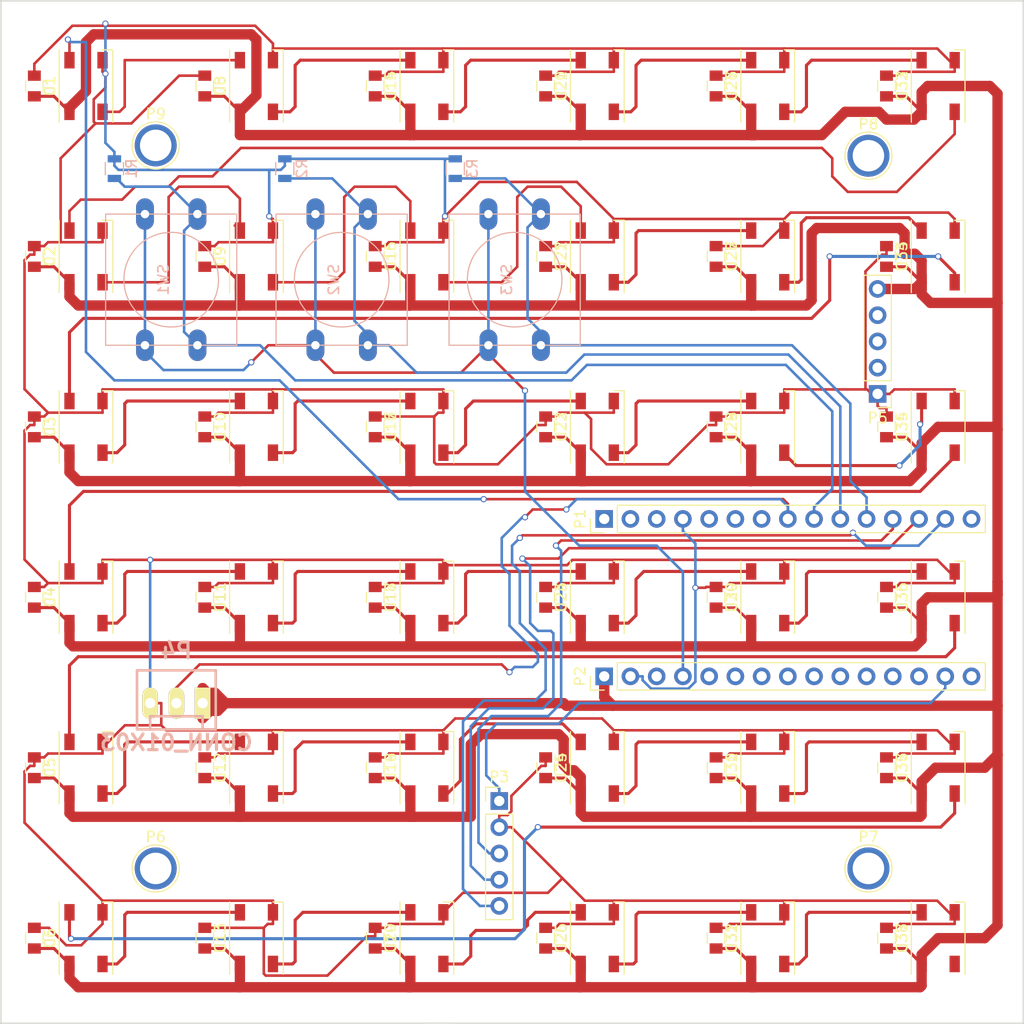
<source format=kicad_pcb>
(kicad_pcb (version 20171130) (host pcbnew "(5.1.12)-1")
  (layers (0 F.Cu signal) (31 B.Cu signal) (34 B.Paste user hide) (35 F.Paste user hide) (36 B.SilkS user hide) (37 F.SilkS user hide) (38 B.Mask user hide) (39 F.Mask user hide) (44 Edge.Cuts user))
  (net 0 "")
  (net 1 DIN)
  (net 2 GND)
  (net 3 +5V)
  (net 4 "Net-(P1-Pad1)")
  (net 5 "Net-(P1-Pad3)")
  (net 6 "Net-(P1-Pad5)")
  (net 7 "Net-(P1-Pad7)")
  (net 8 "Net-(P1-Pad9)")
  (net 9 "Net-(P1-Pad11)")
  (net 10 "Net-(P1-Pad15)")
  (net 11 "Net-(P1-Pad2)")
  (net 12 "Net-(P1-Pad6)")
  (net 13 "Net-(P1-Pad10)")
  (net 14 "Net-(P2-Pad3)")
  (net 15 "Net-(P2-Pad5)")
  (net 16 "Net-(P2-Pad9)")
  (net 17 "Net-(P2-Pad11)")
  (net 18 "Net-(P2-Pad13)")
  (net 19 "Net-(P2-Pad15)")
  (net 20 "Net-(P2-Pad6)")
  (net 21 "Net-(P2-Pad10)")
  (net 22 "Net-(P2-Pad12)")
  (net 23 "Net-(P2-Pad14)")
  (net 24 "Net-(U1-Pad2)")
  (net 25 "Net-(U2-Pad2)")
  (net 26 +5VA)
  (net 27 "Net-(U2-Pad4)")
  (net 28 "Net-(U3-Pad4)")
  (net 29 "Net-(U10-Pad4)")
  (net 30 "Net-(U34-Pad2)")
  (net 31 "Net-(U11-Pad4)")
  (net 32 "Net-(U35-Pad2)")
  (net 33 "Net-(U12-Pad4)")
  (net 34 "Net-(U36-Pad2)")
  (net 35 "Net-(U13-Pad4)")
  (net 36 "Net-(U14-Pad4)")
  (net 37 "Net-(U15-Pad4)")
  (net 38 "Net-(U10-Pad2)")
  (net 39 "Net-(U11-Pad2)")
  (net 40 "Net-(U12-Pad2)")
  (net 41 "Net-(U13-Pad2)")
  (net 42 "Net-(U14-Pad2)")
  (net 43 "Net-(U15-Pad2)")
  (net 44 "Net-(U16-Pad2)")
  (net 45 "Net-(U17-Pad2)")
  (net 46 "Net-(U18-Pad2)")
  (net 47 "Net-(U19-Pad2)")
  (net 48 "Net-(U20-Pad2)")
  (net 49 "Net-(U21-Pad2)")
  (net 50 "Net-(U22-Pad2)")
  (net 51 "Net-(U23-Pad2)")
  (net 52 "Net-(U24-Pad2)")
  (net 53 "Net-(U25-Pad2)")
  (net 54 "Net-(U26-Pad2)")
  (net 55 "Net-(U27-Pad2)")
  (net 56 "Net-(U28-Pad2)")
  (net 57 "Net-(U29-Pad2)")
  (net 58 "Net-(U30-Pad2)")
  (net 59 "Net-(U31-Pad2)")
  (net 60 "Net-(U37-Pad2)")
  (net 61 "Net-(P5-Pad2)")
  (net 62 "Net-(P5-Pad3)")
  (net 63 "Net-(P5-Pad4)")
  (net 64 CLK)
  (net 65 DAT)
  (net 66 RST)
  (net 67 "Net-(P2-Pad7)")
  (net 68 "Net-(P2-Pad8)")
  (net 69 "Net-(P6-Pad1)")
  (net 70 "Net-(P7-Pad1)")
  (net 71 "Net-(P8-Pad1)")
  (net 72 "Net-(P9-Pad1)")
  (module CON-MOLEX:MOLEX-5045-03A (layer F.Cu) (at 129 119)
    (fp_text reference P4 (at 0 -5.08) (layer B.SilkS) (effects (font (size 1.524 1.524) (thickness 0.3048)) (justify mirror)))
    (fp_text value CONN_01X03 (at 0 3.81) (layer B.SilkS) (effects (font (size 1.524 1.524) (thickness 0.3048)) (justify mirror)))
    (pad 1 thru_hole rect (at 2.54 0) (size 1.50622 3.01498) (drill 0.99822) (layers *.Cu *.Mask F.Paste F.SilkS) (net 26 +5VA))
    (pad 2 thru_hole oval (at 0 0) (size 1.50622 3.01498) (drill 0.99822) (layers *.Cu *.Mask F.Paste F.SilkS) (net 1 DIN))
    (pad 3 thru_hole oval (at -2.54 0) (size 1.50622 3.01498) (drill 0.99822) (layers *.Cu *.Mask F.Paste F.SilkS) (net 2 GND))
  )
  (module Capacitors_SMD:C_0805 (layer F.Cu) (at 115.25 59.25 270)
    (fp_text reference C1 (at 0 -1.5 270) (layer F.SilkS))
    (fp_text value C)
    (pad 1 smd rect (at -1 0 270) (size 1 1.25) (layers F.Cu F.Paste F.Mask) (net 2 GND))
    (pad 2 smd rect (at 1 0 270) (size 1 1.25) (layers F.Cu F.Paste F.Mask) (net 26 +5VA))
  )
  (module Capacitors_SMD:C_0805 (layer F.Cu) (at 115.25 75.75 270)
    (fp_text reference C2 (at 0 -1.5 270) (layer F.SilkS))
    (fp_text value C)
    (pad 1 smd rect (at -1 0 270) (size 1 1.25) (layers F.Cu F.Paste F.Mask) (net 2 GND))
    (pad 2 smd rect (at 1 0 270) (size 1 1.25) (layers F.Cu F.Paste F.Mask) (net 26 +5VA))
  )
  (module Capacitors_SMD:C_0805 (layer F.Cu) (at 115.25 92.25 270)
    (fp_text reference C3 (at 0 -1.5 270) (layer F.SilkS))
    (fp_text value C)
    (pad 1 smd rect (at -1 0 270) (size 1 1.25) (layers F.Cu F.Paste F.Mask) (net 2 GND))
    (pad 2 smd rect (at 1 0 270) (size 1 1.25) (layers F.Cu F.Paste F.Mask) (net 26 +5VA))
  )
  (module Capacitors_SMD:C_0805 (layer F.Cu) (at 115.25 108.75 270)
    (fp_text reference C4 (at 0 -1.5 270) (layer F.SilkS))
    (fp_text value C)
    (pad 1 smd rect (at -1 0 270) (size 1 1.25) (layers F.Cu F.Paste F.Mask) (net 2 GND))
    (pad 2 smd rect (at 1 0 270) (size 1 1.25) (layers F.Cu F.Paste F.Mask) (net 26 +5VA))
  )
  (module Capacitors_SMD:C_0805 (layer F.Cu) (at 115.25 125.25 270)
    (fp_text reference C5 (at 0 -1.5 270) (layer F.SilkS))
    (fp_text value C)
    (pad 1 smd rect (at -1 0 270) (size 1 1.25) (layers F.Cu F.Paste F.Mask) (net 2 GND))
    (pad 2 smd rect (at 1 0 270) (size 1 1.25) (layers F.Cu F.Paste F.Mask) (net 26 +5VA))
  )
  (module Capacitors_SMD:C_0805 (layer F.Cu) (at 115.25 141.75 270)
    (fp_text reference C6 (at 0 -1.5 270) (layer F.SilkS))
    (fp_text value C)
    (pad 1 smd rect (at -1 0 270) (size 1 1.25) (layers F.Cu F.Paste F.Mask) (net 2 GND))
    (pad 2 smd rect (at 1 0 270) (size 1 1.25) (layers F.Cu F.Paste F.Mask) (net 26 +5VA))
  )
  (module Capacitors_SMD:C_0805 (layer F.Cu) (at 131.75 59.25 270)
    (fp_text reference C8 (at 0 -1.5 270) (layer F.SilkS))
    (fp_text value C)
    (pad 1 smd rect (at -1 0 270) (size 1 1.25) (layers F.Cu F.Paste F.Mask) (net 2 GND))
    (pad 2 smd rect (at 1 0 270) (size 1 1.25) (layers F.Cu F.Paste F.Mask) (net 26 +5VA))
  )
  (module Capacitors_SMD:C_0805 (layer F.Cu) (at 131.75 75.75 270)
    (fp_text reference C9 (at 0 -1.5 270) (layer F.SilkS))
    (fp_text value C)
    (pad 1 smd rect (at -1 0 270) (size 1 1.25) (layers F.Cu F.Paste F.Mask) (net 2 GND))
    (pad 2 smd rect (at 1 0 270) (size 1 1.25) (layers F.Cu F.Paste F.Mask) (net 26 +5VA))
  )
  (module Capacitors_SMD:C_0805 (layer F.Cu) (at 131.75 92.25 270)
    (fp_text reference C10 (at 0 -1.5 270) (layer F.SilkS))
    (fp_text value C)
    (pad 1 smd rect (at -1 0 270) (size 1 1.25) (layers F.Cu F.Paste F.Mask) (net 2 GND))
    (pad 2 smd rect (at 1 0 270) (size 1 1.25) (layers F.Cu F.Paste F.Mask) (net 26 +5VA))
  )
  (module Capacitors_SMD:C_0805 (layer F.Cu) (at 131.75 108.75 270)
    (fp_text reference C11 (at 0 -1.5 270) (layer F.SilkS))
    (fp_text value C)
    (pad 1 smd rect (at -1 0 270) (size 1 1.25) (layers F.Cu F.Paste F.Mask) (net 2 GND))
    (pad 2 smd rect (at 1 0 270) (size 1 1.25) (layers F.Cu F.Paste F.Mask) (net 26 +5VA))
  )
  (module Capacitors_SMD:C_0805 (layer F.Cu) (at 131.75 125.25 270)
    (fp_text reference C12 (at 0 -1.5 270) (layer F.SilkS))
    (fp_text value C)
    (pad 1 smd rect (at -1 0 270) (size 1 1.25) (layers F.Cu F.Paste F.Mask) (net 2 GND))
    (pad 2 smd rect (at 1 0 270) (size 1 1.25) (layers F.Cu F.Paste F.Mask) (net 26 +5VA))
  )
  (module Capacitors_SMD:C_0805 (layer F.Cu) (at 131.75 141.75 270)
    (fp_text reference C13 (at 0 -1.5 270) (layer F.SilkS))
    (fp_text value C)
    (pad 1 smd rect (at -1 0 270) (size 1 1.25) (layers F.Cu F.Paste F.Mask) (net 2 GND))
    (pad 2 smd rect (at 1 0 270) (size 1 1.25) (layers F.Cu F.Paste F.Mask) (net 26 +5VA))
  )
  (module Capacitors_SMD:C_0805 (layer F.Cu) (at 148.25 59.25 270)
    (fp_text reference C15 (at 0 -1.5 270) (layer F.SilkS))
    (fp_text value C)
    (pad 1 smd rect (at -1 0 270) (size 1 1.25) (layers F.Cu F.Paste F.Mask) (net 2 GND))
    (pad 2 smd rect (at 1 0 270) (size 1 1.25) (layers F.Cu F.Paste F.Mask) (net 26 +5VA))
  )
  (module Capacitors_SMD:C_0805 (layer F.Cu) (at 148.25 75.75 270)
    (fp_text reference C16 (at 0 -1.5 270) (layer F.SilkS))
    (fp_text value C)
    (pad 1 smd rect (at -1 0 270) (size 1 1.25) (layers F.Cu F.Paste F.Mask) (net 2 GND))
    (pad 2 smd rect (at 1 0 270) (size 1 1.25) (layers F.Cu F.Paste F.Mask) (net 26 +5VA))
  )
  (module Capacitors_SMD:C_0805 (layer F.Cu) (at 148.25 92.25 270)
    (fp_text reference C17 (at 0 -1.5 270) (layer F.SilkS))
    (fp_text value C)
    (pad 1 smd rect (at -1 0 270) (size 1 1.25) (layers F.Cu F.Paste F.Mask) (net 2 GND))
    (pad 2 smd rect (at 1 0 270) (size 1 1.25) (layers F.Cu F.Paste F.Mask) (net 26 +5VA))
  )
  (module Capacitors_SMD:C_0805 (layer F.Cu) (at 148.25 108.75 270)
    (fp_text reference C18 (at 0 -1.5 270) (layer F.SilkS))
    (fp_text value C)
    (pad 1 smd rect (at -1 0 270) (size 1 1.25) (layers F.Cu F.Paste F.Mask) (net 2 GND))
    (pad 2 smd rect (at 1 0 270) (size 1 1.25) (layers F.Cu F.Paste F.Mask) (net 26 +5VA))
  )
  (module Capacitors_SMD:C_0805 (layer F.Cu) (at 148.25 125.25 270)
    (fp_text reference C19 (at 0 -1.5 270) (layer F.SilkS))
    (fp_text value C)
    (pad 1 smd rect (at -1 0 270) (size 1 1.25) (layers F.Cu F.Paste F.Mask) (net 2 GND))
    (pad 2 smd rect (at 1 0 270) (size 1 1.25) (layers F.Cu F.Paste F.Mask) (net 26 +5VA))
  )
  (module Capacitors_SMD:C_0805 (layer F.Cu) (at 148.25 141.75 270)
    (fp_text reference C20 (at 0 -1.5 270) (layer F.SilkS))
    (fp_text value C)
    (pad 1 smd rect (at -1 0 270) (size 1 1.25) (layers F.Cu F.Paste F.Mask) (net 2 GND))
    (pad 2 smd rect (at 1 0 270) (size 1 1.25) (layers F.Cu F.Paste F.Mask) (net 26 +5VA))
  )
  (module Capacitors_SMD:C_0805 (layer F.Cu) (at 164.75 59.25 270)
    (fp_text reference C21 (at 0 -1.5 270) (layer F.SilkS))
    (fp_text value C)
    (pad 1 smd rect (at -1 0 270) (size 1 1.25) (layers F.Cu F.Paste F.Mask) (net 2 GND))
    (pad 2 smd rect (at 1 0 270) (size 1 1.25) (layers F.Cu F.Paste F.Mask) (net 26 +5VA))
  )
  (module Capacitors_SMD:C_0805 (layer F.Cu) (at 164.75 75.75 270)
    (fp_text reference C22 (at 0 -1.5 270) (layer F.SilkS))
    (fp_text value C)
    (pad 1 smd rect (at -1 0 270) (size 1 1.25) (layers F.Cu F.Paste F.Mask) (net 2 GND))
    (pad 2 smd rect (at 1 0 270) (size 1 1.25) (layers F.Cu F.Paste F.Mask) (net 26 +5VA))
  )
  (module Capacitors_SMD:C_0805 (layer F.Cu) (at 164.75 92.25 270)
    (fp_text reference C23 (at 0 -1.5 270) (layer F.SilkS))
    (fp_text value C)
    (pad 1 smd rect (at -1 0 270) (size 1 1.25) (layers F.Cu F.Paste F.Mask) (net 2 GND))
    (pad 2 smd rect (at 1 0 270) (size 1 1.25) (layers F.Cu F.Paste F.Mask) (net 26 +5VA))
  )
  (module Capacitors_SMD:C_0805 (layer F.Cu) (at 164.75 108.75 270)
    (fp_text reference C24 (at 0 -1.5 270) (layer F.SilkS))
    (fp_text value C)
    (pad 1 smd rect (at -1 0 270) (size 1 1.25) (layers F.Cu F.Paste F.Mask) (net 2 GND))
    (pad 2 smd rect (at 1 0 270) (size 1 1.25) (layers F.Cu F.Paste F.Mask) (net 26 +5VA))
  )
  (module Capacitors_SMD:C_0805 (layer F.Cu) (at 164.75 125.25 270)
    (fp_text reference C25 (at 0 -1.5 270) (layer F.SilkS))
    (fp_text value C)
    (pad 1 smd rect (at -1 0 270) (size 1 1.25) (layers F.Cu F.Paste F.Mask) (net 2 GND))
    (pad 2 smd rect (at 1 0 270) (size 1 1.25) (layers F.Cu F.Paste F.Mask) (net 26 +5VA))
  )
  (module Capacitors_SMD:C_0805 (layer F.Cu) (at 164.75 141.75 270)
    (fp_text reference C26 (at 0 -1.5 270) (layer F.SilkS))
    (fp_text value C)
    (pad 1 smd rect (at -1 0 270) (size 1 1.25) (layers F.Cu F.Paste F.Mask) (net 2 GND))
    (pad 2 smd rect (at 1 0 270) (size 1 1.25) (layers F.Cu F.Paste F.Mask) (net 26 +5VA))
  )
  (module Capacitors_SMD:C_0805 (layer F.Cu) (at 181.25 59.25 270)
    (fp_text reference C27 (at 0 -1.5 270) (layer F.SilkS))
    (fp_text value C)
    (pad 1 smd rect (at -1 0 270) (size 1 1.25) (layers F.Cu F.Paste F.Mask) (net 2 GND))
    (pad 2 smd rect (at 1 0 270) (size 1 1.25) (layers F.Cu F.Paste F.Mask) (net 26 +5VA))
  )
  (module Capacitors_SMD:C_0805 (layer F.Cu) (at 181.25 75.75 270)
    (fp_text reference C28 (at 0 -1.5 270) (layer F.SilkS))
    (fp_text value C)
    (pad 1 smd rect (at -1 0 270) (size 1 1.25) (layers F.Cu F.Paste F.Mask) (net 2 GND))
    (pad 2 smd rect (at 1 0 270) (size 1 1.25) (layers F.Cu F.Paste F.Mask) (net 26 +5VA))
  )
  (module Capacitors_SMD:C_0805 (layer F.Cu) (at 181.25 92.25 270)
    (fp_text reference C29 (at 0 -1.5 270) (layer F.SilkS))
    (fp_text value C)
    (pad 1 smd rect (at -1 0 270) (size 1 1.25) (layers F.Cu F.Paste F.Mask) (net 2 GND))
    (pad 2 smd rect (at 1 0 270) (size 1 1.25) (layers F.Cu F.Paste F.Mask) (net 26 +5VA))
  )
  (module Capacitors_SMD:C_0805 (layer F.Cu) (at 181.25 108.75 270)
    (fp_text reference C30 (at 0 -1.5 270) (layer F.SilkS))
    (fp_text value C)
    (pad 1 smd rect (at -1 0 270) (size 1 1.25) (layers F.Cu F.Paste F.Mask) (net 2 GND))
    (pad 2 smd rect (at 1 0 270) (size 1 1.25) (layers F.Cu F.Paste F.Mask) (net 26 +5VA))
  )
  (module Capacitors_SMD:C_0805 (layer F.Cu) (at 181.25 125.25 270)
    (fp_text reference C31 (at 0 -1.5 270) (layer F.SilkS))
    (fp_text value C)
    (pad 1 smd rect (at -1 0 270) (size 1 1.25) (layers F.Cu F.Paste F.Mask) (net 2 GND))
    (pad 2 smd rect (at 1 0 270) (size 1 1.25) (layers F.Cu F.Paste F.Mask) (net 26 +5VA))
  )
  (module Capacitors_SMD:C_0805 (layer F.Cu) (at 181.25 141.75 270)
    (fp_text reference C32 (at 0 -1.5 270) (layer F.SilkS))
    (fp_text value C)
    (pad 1 smd rect (at -1 0 270) (size 1 1.25) (layers F.Cu F.Paste F.Mask) (net 2 GND))
    (pad 2 smd rect (at 1 0 270) (size 1 1.25) (layers F.Cu F.Paste F.Mask) (net 26 +5VA))
  )
  (module Capacitors_SMD:C_0805 (layer F.Cu) (at 197.75 59.25 270)
    (fp_text reference C33 (at 0 -1.5 270) (layer F.SilkS))
    (fp_text value C)
    (pad 1 smd rect (at -1 0 270) (size 1 1.25) (layers F.Cu F.Paste F.Mask) (net 2 GND))
    (pad 2 smd rect (at 1 0 270) (size 1 1.25) (layers F.Cu F.Paste F.Mask) (net 26 +5VA))
  )
  (module Capacitors_SMD:C_0805 (layer F.Cu) (at 197.75 75.75 270)
    (fp_text reference C34 (at 0 -1.5 270) (layer F.SilkS))
    (fp_text value C)
    (pad 1 smd rect (at -1 0 270) (size 1 1.25) (layers F.Cu F.Paste F.Mask) (net 2 GND))
    (pad 2 smd rect (at 1 0 270) (size 1 1.25) (layers F.Cu F.Paste F.Mask) (net 26 +5VA))
  )
  (module Capacitors_SMD:C_0805 (layer F.Cu) (at 197.75 92.25 270)
    (fp_text reference C35 (at 0 -1.5 270) (layer F.SilkS))
    (fp_text value C)
    (pad 1 smd rect (at -1 0 270) (size 1 1.25) (layers F.Cu F.Paste F.Mask) (net 2 GND))
    (pad 2 smd rect (at 1 0 270) (size 1 1.25) (layers F.Cu F.Paste F.Mask) (net 26 +5VA))
  )
  (module Capacitors_SMD:C_0805 (layer F.Cu) (at 197.75 108.75 270)
    (fp_text reference C36 (at 0 -1.5 270) (layer F.SilkS))
    (fp_text value C)
    (pad 1 smd rect (at -1 0 270) (size 1 1.25) (layers F.Cu F.Paste F.Mask) (net 2 GND))
    (pad 2 smd rect (at 1 0 270) (size 1 1.25) (layers F.Cu F.Paste F.Mask) (net 26 +5VA))
  )
  (module Capacitors_SMD:C_0805 (layer F.Cu) (at 197.75 125.25 270)
    (fp_text reference C37 (at 0 -1.5 270) (layer F.SilkS))
    (fp_text value C)
    (pad 1 smd rect (at -1 0 270) (size 1 1.25) (layers F.Cu F.Paste F.Mask) (net 2 GND))
    (pad 2 smd rect (at 1 0 270) (size 1 1.25) (layers F.Cu F.Paste F.Mask) (net 26 +5VA))
  )
  (module Capacitors_SMD:C_0805 (layer F.Cu) (at 197.75 141.75 270)
    (fp_text reference C38 (at 0 -1.5 270) (layer F.SilkS))
    (fp_text value C)
    (pad 1 smd rect (at -1 0 270) (size 1 1.25) (layers F.Cu F.Paste F.Mask) (net 2 GND))
    (pad 2 smd rect (at 1 0 270) (size 1 1.25) (layers F.Cu F.Paste F.Mask) (net 26 +5VA))
  )
  (module LEDs:LED_WS2812B-PLCC4 (layer F.Cu) (at 120.25 59.25 90)
    (fp_text reference U1 (at 0 -3.5 90) (layer F.SilkS))
    (fp_text value WS2812B)
    (pad 3 smd rect (at 2.5 1.6 90) (size 1.6 1) (layers F.Cu F.Paste F.Mask) (net 2 GND))
    (pad 4 smd rect (at 2.5 -1.6 90) (size 1.6 1) (layers F.Cu F.Paste F.Mask) (net 1 DIN))
    (pad 2 smd rect (at -2.5 1.6 90) (size 1.6 1) (layers F.Cu F.Paste F.Mask) (net 24 "Net-(U1-Pad2)"))
    (pad 1 smd rect (at -2.5 -1.6 90) (size 1.6 1) (layers F.Cu F.Paste F.Mask) (net 26 +5VA))
  )
  (module LEDs:LED_WS2812B-PLCC4 (layer F.Cu) (at 120.25 75.75 90)
    (fp_text reference U2 (at 0 -3.5 90) (layer F.SilkS))
    (fp_text value WS2812B)
    (pad 3 smd rect (at 2.5 1.6 90) (size 1.6 1) (layers F.Cu F.Paste F.Mask) (net 2 GND))
    (pad 4 smd rect (at 2.5 -1.6 90) (size 1.6 1) (layers F.Cu F.Paste F.Mask) (net 27 "Net-(U2-Pad4)"))
    (pad 2 smd rect (at -2.5 1.6 90) (size 1.6 1) (layers F.Cu F.Paste F.Mask) (net 25 "Net-(U2-Pad2)"))
    (pad 1 smd rect (at -2.5 -1.6 90) (size 1.6 1) (layers F.Cu F.Paste F.Mask) (net 26 +5VA))
  )
  (module LEDs:LED_WS2812B-PLCC4 (layer F.Cu) (at 120.25 92.25 90)
    (fp_text reference U3 (at 0 -3.5 90) (layer F.SilkS))
    (fp_text value WS2812B)
    (pad 3 smd rect (at 2.5 1.6 90) (size 1.6 1) (layers F.Cu F.Paste F.Mask) (net 2 GND))
    (pad 4 smd rect (at 2.5 -1.6 90) (size 1.6 1) (layers F.Cu F.Paste F.Mask) (net 28 "Net-(U3-Pad4)"))
    (pad 2 smd rect (at -2.5 1.6 90) (size 1.6 1) (layers F.Cu F.Paste F.Mask) (net 29 "Net-(U10-Pad4)"))
    (pad 1 smd rect (at -2.5 -1.6 90) (size 1.6 1) (layers F.Cu F.Paste F.Mask) (net 26 +5VA))
  )
  (module LEDs:LED_WS2812B-PLCC4 (layer F.Cu) (at 120.25 108.75 90)
    (fp_text reference U4 (at 0 -3.5 90) (layer F.SilkS))
    (fp_text value WS2812B)
    (pad 3 smd rect (at 2.5 1.6 90) (size 1.6 1) (layers F.Cu F.Paste F.Mask) (net 2 GND))
    (pad 4 smd rect (at 2.5 -1.6 90) (size 1.6 1) (layers F.Cu F.Paste F.Mask) (net 30 "Net-(U34-Pad2)"))
    (pad 2 smd rect (at -2.5 1.6 90) (size 1.6 1) (layers F.Cu F.Paste F.Mask) (net 31 "Net-(U11-Pad4)"))
    (pad 1 smd rect (at -2.5 -1.6 90) (size 1.6 1) (layers F.Cu F.Paste F.Mask) (net 26 +5VA))
  )
  (module LEDs:LED_WS2812B-PLCC4 (layer F.Cu) (at 120.25 125.25 90)
    (fp_text reference U5 (at 0 -3.5 90) (layer F.SilkS))
    (fp_text value WS2812B)
    (pad 3 smd rect (at 2.5 1.6 90) (size 1.6 1) (layers F.Cu F.Paste F.Mask) (net 2 GND))
    (pad 4 smd rect (at 2.5 -1.6 90) (size 1.6 1) (layers F.Cu F.Paste F.Mask) (net 32 "Net-(U35-Pad2)"))
    (pad 2 smd rect (at -2.5 1.6 90) (size 1.6 1) (layers F.Cu F.Paste F.Mask) (net 33 "Net-(U12-Pad4)"))
    (pad 1 smd rect (at -2.5 -1.6 90) (size 1.6 1) (layers F.Cu F.Paste F.Mask) (net 26 +5VA))
  )
  (module LEDs:LED_WS2812B-PLCC4 (layer F.Cu) (at 120.25 141.75 90)
    (fp_text reference U6 (at 0 -3.5 90) (layer F.SilkS))
    (fp_text value WS2812B)
    (pad 3 smd rect (at 2.5 1.6 90) (size 1.6 1) (layers F.Cu F.Paste F.Mask) (net 2 GND))
    (pad 4 smd rect (at 2.5 -1.6 90) (size 1.6 1) (layers F.Cu F.Paste F.Mask) (net 34 "Net-(U36-Pad2)"))
    (pad 2 smd rect (at -2.5 1.6 90) (size 1.6 1) (layers F.Cu F.Paste F.Mask) (net 35 "Net-(U13-Pad4)"))
    (pad 1 smd rect (at -2.5 -1.6 90) (size 1.6 1) (layers F.Cu F.Paste F.Mask) (net 26 +5VA))
  )
  (module LEDs:LED_WS2812B-PLCC4 (layer F.Cu) (at 136.75 59.25 90)
    (fp_text reference U8 (at 0 -3.5 90) (layer F.SilkS))
    (fp_text value WS2812B)
    (pad 3 smd rect (at 2.5 1.6 90) (size 1.6 1) (layers F.Cu F.Paste F.Mask) (net 2 GND))
    (pad 4 smd rect (at 2.5 -1.6 90) (size 1.6 1) (layers F.Cu F.Paste F.Mask) (net 24 "Net-(U1-Pad2)"))
    (pad 2 smd rect (at -2.5 1.6 90) (size 1.6 1) (layers F.Cu F.Paste F.Mask) (net 36 "Net-(U14-Pad4)"))
    (pad 1 smd rect (at -2.5 -1.6 90) (size 1.6 1) (layers F.Cu F.Paste F.Mask) (net 26 +5VA))
  )
  (module LEDs:LED_WS2812B-PLCC4 (layer F.Cu) (at 136.75 75.75 90)
    (fp_text reference U9 (at 0 -3.5 90) (layer F.SilkS))
    (fp_text value WS2812B)
    (pad 3 smd rect (at 2.5 1.6 90) (size 1.6 1) (layers F.Cu F.Paste F.Mask) (net 2 GND))
    (pad 4 smd rect (at 2.5 -1.6 90) (size 1.6 1) (layers F.Cu F.Paste F.Mask) (net 25 "Net-(U2-Pad2)"))
    (pad 2 smd rect (at -2.5 1.6 90) (size 1.6 1) (layers F.Cu F.Paste F.Mask) (net 37 "Net-(U15-Pad4)"))
    (pad 1 smd rect (at -2.5 -1.6 90) (size 1.6 1) (layers F.Cu F.Paste F.Mask) (net 26 +5VA))
  )
  (module LEDs:LED_WS2812B-PLCC4 (layer F.Cu) (at 136.75 92.25 90)
    (fp_text reference U10 (at 0 -3.5 90) (layer F.SilkS))
    (fp_text value WS2812B)
    (pad 3 smd rect (at 2.5 1.6 90) (size 1.6 1) (layers F.Cu F.Paste F.Mask) (net 2 GND))
    (pad 4 smd rect (at 2.5 -1.6 90) (size 1.6 1) (layers F.Cu F.Paste F.Mask) (net 29 "Net-(U10-Pad4)"))
    (pad 2 smd rect (at -2.5 1.6 90) (size 1.6 1) (layers F.Cu F.Paste F.Mask) (net 38 "Net-(U10-Pad2)"))
    (pad 1 smd rect (at -2.5 -1.6 90) (size 1.6 1) (layers F.Cu F.Paste F.Mask) (net 26 +5VA))
  )
  (module LEDs:LED_WS2812B-PLCC4 (layer F.Cu) (at 136.75 108.75 90)
    (fp_text reference U11 (at 0 -3.5 90) (layer F.SilkS))
    (fp_text value WS2812B)
    (pad 3 smd rect (at 2.5 1.6 90) (size 1.6 1) (layers F.Cu F.Paste F.Mask) (net 2 GND))
    (pad 4 smd rect (at 2.5 -1.6 90) (size 1.6 1) (layers F.Cu F.Paste F.Mask) (net 31 "Net-(U11-Pad4)"))
    (pad 2 smd rect (at -2.5 1.6 90) (size 1.6 1) (layers F.Cu F.Paste F.Mask) (net 39 "Net-(U11-Pad2)"))
    (pad 1 smd rect (at -2.5 -1.6 90) (size 1.6 1) (layers F.Cu F.Paste F.Mask) (net 26 +5VA))
  )
  (module LEDs:LED_WS2812B-PLCC4 (layer F.Cu) (at 136.75 125.25 90)
    (fp_text reference U12 (at 0 -3.5 90) (layer F.SilkS))
    (fp_text value WS2812B)
    (pad 3 smd rect (at 2.5 1.6 90) (size 1.6 1) (layers F.Cu F.Paste F.Mask) (net 2 GND))
    (pad 4 smd rect (at 2.5 -1.6 90) (size 1.6 1) (layers F.Cu F.Paste F.Mask) (net 33 "Net-(U12-Pad4)"))
    (pad 2 smd rect (at -2.5 1.6 90) (size 1.6 1) (layers F.Cu F.Paste F.Mask) (net 40 "Net-(U12-Pad2)"))
    (pad 1 smd rect (at -2.5 -1.6 90) (size 1.6 1) (layers F.Cu F.Paste F.Mask) (net 26 +5VA))
  )
  (module LEDs:LED_WS2812B-PLCC4 (layer F.Cu) (at 136.75 141.75 90)
    (fp_text reference U13 (at 0 -3.5 90) (layer F.SilkS))
    (fp_text value WS2812B)
    (pad 3 smd rect (at 2.5 1.6 90) (size 1.6 1) (layers F.Cu F.Paste F.Mask) (net 2 GND))
    (pad 4 smd rect (at 2.5 -1.6 90) (size 1.6 1) (layers F.Cu F.Paste F.Mask) (net 35 "Net-(U13-Pad4)"))
    (pad 2 smd rect (at -2.5 1.6 90) (size 1.6 1) (layers F.Cu F.Paste F.Mask) (net 41 "Net-(U13-Pad2)"))
    (pad 1 smd rect (at -2.5 -1.6 90) (size 1.6 1) (layers F.Cu F.Paste F.Mask) (net 26 +5VA))
  )
  (module LEDs:LED_WS2812B-PLCC4 (layer F.Cu) (at 153.25 59.25 90)
    (fp_text reference U14 (at 0 -3.5 90) (layer F.SilkS))
    (fp_text value WS2812B)
    (pad 3 smd rect (at 2.5 1.6 90) (size 1.6 1) (layers F.Cu F.Paste F.Mask) (net 2 GND))
    (pad 4 smd rect (at 2.5 -1.6 90) (size 1.6 1) (layers F.Cu F.Paste F.Mask) (net 36 "Net-(U14-Pad4)"))
    (pad 2 smd rect (at -2.5 1.6 90) (size 1.6 1) (layers F.Cu F.Paste F.Mask) (net 42 "Net-(U14-Pad2)"))
    (pad 1 smd rect (at -2.5 -1.6 90) (size 1.6 1) (layers F.Cu F.Paste F.Mask) (net 26 +5VA))
  )
  (module LEDs:LED_WS2812B-PLCC4 (layer F.Cu) (at 153.25 75.75 90)
    (fp_text reference U15 (at 0 -3.5 90) (layer F.SilkS))
    (fp_text value WS2812B)
    (pad 3 smd rect (at 2.5 1.6 90) (size 1.6 1) (layers F.Cu F.Paste F.Mask) (net 2 GND))
    (pad 4 smd rect (at 2.5 -1.6 90) (size 1.6 1) (layers F.Cu F.Paste F.Mask) (net 37 "Net-(U15-Pad4)"))
    (pad 2 smd rect (at -2.5 1.6 90) (size 1.6 1) (layers F.Cu F.Paste F.Mask) (net 43 "Net-(U15-Pad2)"))
    (pad 1 smd rect (at -2.5 -1.6 90) (size 1.6 1) (layers F.Cu F.Paste F.Mask) (net 26 +5VA))
  )
  (module LEDs:LED_WS2812B-PLCC4 (layer F.Cu) (at 153.25 92.25 90)
    (fp_text reference U16 (at 0 -3.5 90) (layer F.SilkS))
    (fp_text value WS2812B)
    (pad 3 smd rect (at 2.5 1.6 90) (size 1.6 1) (layers F.Cu F.Paste F.Mask) (net 2 GND))
    (pad 4 smd rect (at 2.5 -1.6 90) (size 1.6 1) (layers F.Cu F.Paste F.Mask) (net 38 "Net-(U10-Pad2)"))
    (pad 2 smd rect (at -2.5 1.6 90) (size 1.6 1) (layers F.Cu F.Paste F.Mask) (net 44 "Net-(U16-Pad2)"))
    (pad 1 smd rect (at -2.5 -1.6 90) (size 1.6 1) (layers F.Cu F.Paste F.Mask) (net 26 +5VA))
  )
  (module LEDs:LED_WS2812B-PLCC4 (layer F.Cu) (at 153.25 108.75 90)
    (fp_text reference U17 (at 0 -3.5 90) (layer F.SilkS))
    (fp_text value WS2812B)
    (pad 3 smd rect (at 2.5 1.6 90) (size 1.6 1) (layers F.Cu F.Paste F.Mask) (net 2 GND))
    (pad 4 smd rect (at 2.5 -1.6 90) (size 1.6 1) (layers F.Cu F.Paste F.Mask) (net 39 "Net-(U11-Pad2)"))
    (pad 2 smd rect (at -2.5 1.6 90) (size 1.6 1) (layers F.Cu F.Paste F.Mask) (net 45 "Net-(U17-Pad2)"))
    (pad 1 smd rect (at -2.5 -1.6 90) (size 1.6 1) (layers F.Cu F.Paste F.Mask) (net 26 +5VA))
  )
  (module LEDs:LED_WS2812B-PLCC4 (layer F.Cu) (at 153.25 125.25 90)
    (fp_text reference U18 (at 0 -3.5 90) (layer F.SilkS))
    (fp_text value WS2812B)
    (pad 3 smd rect (at 2.5 1.6 90) (size 1.6 1) (layers F.Cu F.Paste F.Mask) (net 2 GND))
    (pad 4 smd rect (at 2.5 -1.6 90) (size 1.6 1) (layers F.Cu F.Paste F.Mask) (net 40 "Net-(U12-Pad2)"))
    (pad 2 smd rect (at -2.5 1.6 90) (size 1.6 1) (layers F.Cu F.Paste F.Mask) (net 46 "Net-(U18-Pad2)"))
    (pad 1 smd rect (at -2.5 -1.6 90) (size 1.6 1) (layers F.Cu F.Paste F.Mask) (net 26 +5VA))
  )
  (module LEDs:LED_WS2812B-PLCC4 (layer F.Cu) (at 153.25 141.75 90)
    (fp_text reference U19 (at 0 -3.5 90) (layer F.SilkS))
    (fp_text value WS2812B)
    (pad 3 smd rect (at 2.5 1.6 90) (size 1.6 1) (layers F.Cu F.Paste F.Mask) (net 2 GND))
    (pad 4 smd rect (at 2.5 -1.6 90) (size 1.6 1) (layers F.Cu F.Paste F.Mask) (net 41 "Net-(U13-Pad2)"))
    (pad 2 smd rect (at -2.5 1.6 90) (size 1.6 1) (layers F.Cu F.Paste F.Mask) (net 47 "Net-(U19-Pad2)"))
    (pad 1 smd rect (at -2.5 -1.6 90) (size 1.6 1) (layers F.Cu F.Paste F.Mask) (net 26 +5VA))
  )
  (module LEDs:LED_WS2812B-PLCC4 (layer F.Cu) (at 169.75 59.25 90)
    (fp_text reference U20 (at 0 -3.5 90) (layer F.SilkS))
    (fp_text value WS2812B)
    (pad 3 smd rect (at 2.5 1.6 90) (size 1.6 1) (layers F.Cu F.Paste F.Mask) (net 2 GND))
    (pad 4 smd rect (at 2.5 -1.6 90) (size 1.6 1) (layers F.Cu F.Paste F.Mask) (net 42 "Net-(U14-Pad2)"))
    (pad 2 smd rect (at -2.5 1.6 90) (size 1.6 1) (layers F.Cu F.Paste F.Mask) (net 48 "Net-(U20-Pad2)"))
    (pad 1 smd rect (at -2.5 -1.6 90) (size 1.6 1) (layers F.Cu F.Paste F.Mask) (net 26 +5VA))
  )
  (module LEDs:LED_WS2812B-PLCC4 (layer F.Cu) (at 169.75 75.75 90)
    (fp_text reference U21 (at 0 -3.5 90) (layer F.SilkS))
    (fp_text value WS2812B)
    (pad 3 smd rect (at 2.5 1.6 90) (size 1.6 1) (layers F.Cu F.Paste F.Mask) (net 2 GND))
    (pad 4 smd rect (at 2.5 -1.6 90) (size 1.6 1) (layers F.Cu F.Paste F.Mask) (net 43 "Net-(U15-Pad2)"))
    (pad 2 smd rect (at -2.5 1.6 90) (size 1.6 1) (layers F.Cu F.Paste F.Mask) (net 49 "Net-(U21-Pad2)"))
    (pad 1 smd rect (at -2.5 -1.6 90) (size 1.6 1) (layers F.Cu F.Paste F.Mask) (net 26 +5VA))
  )
  (module LEDs:LED_WS2812B-PLCC4 (layer F.Cu) (at 169.75 92.25 90)
    (fp_text reference U22 (at 0 -3.5 90) (layer F.SilkS))
    (fp_text value WS2812B)
    (pad 3 smd rect (at 2.5 1.6 90) (size 1.6 1) (layers F.Cu F.Paste F.Mask) (net 2 GND))
    (pad 4 smd rect (at 2.5 -1.6 90) (size 1.6 1) (layers F.Cu F.Paste F.Mask) (net 44 "Net-(U16-Pad2)"))
    (pad 2 smd rect (at -2.5 1.6 90) (size 1.6 1) (layers F.Cu F.Paste F.Mask) (net 50 "Net-(U22-Pad2)"))
    (pad 1 smd rect (at -2.5 -1.6 90) (size 1.6 1) (layers F.Cu F.Paste F.Mask) (net 26 +5VA))
  )
  (module LEDs:LED_WS2812B-PLCC4 (layer F.Cu) (at 169.75 108.75 90)
    (fp_text reference U23 (at 0 -3.5 90) (layer F.SilkS))
    (fp_text value WS2812B)
    (pad 3 smd rect (at 2.5 1.6 90) (size 1.6 1) (layers F.Cu F.Paste F.Mask) (net 2 GND))
    (pad 4 smd rect (at 2.5 -1.6 90) (size 1.6 1) (layers F.Cu F.Paste F.Mask) (net 45 "Net-(U17-Pad2)"))
    (pad 2 smd rect (at -2.5 1.6 90) (size 1.6 1) (layers F.Cu F.Paste F.Mask) (net 51 "Net-(U23-Pad2)"))
    (pad 1 smd rect (at -2.5 -1.6 90) (size 1.6 1) (layers F.Cu F.Paste F.Mask) (net 26 +5VA))
  )
  (module LEDs:LED_WS2812B-PLCC4 (layer F.Cu) (at 169.75 125.25 90)
    (fp_text reference U24 (at 0 -3.5 90) (layer F.SilkS))
    (fp_text value WS2812B)
    (pad 3 smd rect (at 2.5 1.6 90) (size 1.6 1) (layers F.Cu F.Paste F.Mask) (net 2 GND))
    (pad 4 smd rect (at 2.5 -1.6 90) (size 1.6 1) (layers F.Cu F.Paste F.Mask) (net 46 "Net-(U18-Pad2)"))
    (pad 2 smd rect (at -2.5 1.6 90) (size 1.6 1) (layers F.Cu F.Paste F.Mask) (net 52 "Net-(U24-Pad2)"))
    (pad 1 smd rect (at -2.5 -1.6 90) (size 1.6 1) (layers F.Cu F.Paste F.Mask) (net 26 +5VA))
  )
  (module LEDs:LED_WS2812B-PLCC4 (layer F.Cu) (at 169.75 141.75 90)
    (fp_text reference U25 (at 0 -3.5 90) (layer F.SilkS))
    (fp_text value WS2812B)
    (pad 3 smd rect (at 2.5 1.6 90) (size 1.6 1) (layers F.Cu F.Paste F.Mask) (net 2 GND))
    (pad 4 smd rect (at 2.5 -1.6 90) (size 1.6 1) (layers F.Cu F.Paste F.Mask) (net 47 "Net-(U19-Pad2)"))
    (pad 2 smd rect (at -2.5 1.6 90) (size 1.6 1) (layers F.Cu F.Paste F.Mask) (net 53 "Net-(U25-Pad2)"))
    (pad 1 smd rect (at -2.5 -1.6 90) (size 1.6 1) (layers F.Cu F.Paste F.Mask) (net 26 +5VA))
  )
  (module LEDs:LED_WS2812B-PLCC4 (layer F.Cu) (at 186.25 59.25 90)
    (fp_text reference U26 (at 0 -3.5 90) (layer F.SilkS))
    (fp_text value WS2812B)
    (pad 3 smd rect (at 2.5 1.6 90) (size 1.6 1) (layers F.Cu F.Paste F.Mask) (net 2 GND))
    (pad 4 smd rect (at 2.5 -1.6 90) (size 1.6 1) (layers F.Cu F.Paste F.Mask) (net 48 "Net-(U20-Pad2)"))
    (pad 2 smd rect (at -2.5 1.6 90) (size 1.6 1) (layers F.Cu F.Paste F.Mask) (net 54 "Net-(U26-Pad2)"))
    (pad 1 smd rect (at -2.5 -1.6 90) (size 1.6 1) (layers F.Cu F.Paste F.Mask) (net 26 +5VA))
  )
  (module LEDs:LED_WS2812B-PLCC4 (layer F.Cu) (at 186.25 75.75 90)
    (fp_text reference U27 (at 0 -3.5 90) (layer F.SilkS))
    (fp_text value WS2812B)
    (pad 3 smd rect (at 2.5 1.6 90) (size 1.6 1) (layers F.Cu F.Paste F.Mask) (net 2 GND))
    (pad 4 smd rect (at 2.5 -1.6 90) (size 1.6 1) (layers F.Cu F.Paste F.Mask) (net 49 "Net-(U21-Pad2)"))
    (pad 2 smd rect (at -2.5 1.6 90) (size 1.6 1) (layers F.Cu F.Paste F.Mask) (net 55 "Net-(U27-Pad2)"))
    (pad 1 smd rect (at -2.5 -1.6 90) (size 1.6 1) (layers F.Cu F.Paste F.Mask) (net 26 +5VA))
  )
  (module LEDs:LED_WS2812B-PLCC4 (layer F.Cu) (at 186.25 92.25 90)
    (fp_text reference U28 (at 0 -3.5 90) (layer F.SilkS))
    (fp_text value WS2812B)
    (pad 3 smd rect (at 2.5 1.6 90) (size 1.6 1) (layers F.Cu F.Paste F.Mask) (net 2 GND))
    (pad 4 smd rect (at 2.5 -1.6 90) (size 1.6 1) (layers F.Cu F.Paste F.Mask) (net 50 "Net-(U22-Pad2)"))
    (pad 2 smd rect (at -2.5 1.6 90) (size 1.6 1) (layers F.Cu F.Paste F.Mask) (net 56 "Net-(U28-Pad2)"))
    (pad 1 smd rect (at -2.5 -1.6 90) (size 1.6 1) (layers F.Cu F.Paste F.Mask) (net 26 +5VA))
  )
  (module LEDs:LED_WS2812B-PLCC4 (layer F.Cu) (at 186.25 108.75 90)
    (fp_text reference U29 (at 0 -3.5 90) (layer F.SilkS))
    (fp_text value WS2812B)
    (pad 3 smd rect (at 2.5 1.6 90) (size 1.6 1) (layers F.Cu F.Paste F.Mask) (net 2 GND))
    (pad 4 smd rect (at 2.5 -1.6 90) (size 1.6 1) (layers F.Cu F.Paste F.Mask) (net 51 "Net-(U23-Pad2)"))
    (pad 2 smd rect (at -2.5 1.6 90) (size 1.6 1) (layers F.Cu F.Paste F.Mask) (net 57 "Net-(U29-Pad2)"))
    (pad 1 smd rect (at -2.5 -1.6 90) (size 1.6 1) (layers F.Cu F.Paste F.Mask) (net 26 +5VA))
  )
  (module LEDs:LED_WS2812B-PLCC4 (layer F.Cu) (at 186.25 125.25 90)
    (fp_text reference U30 (at 0 -3.5 90) (layer F.SilkS))
    (fp_text value WS2812B)
    (pad 3 smd rect (at 2.5 1.6 90) (size 1.6 1) (layers F.Cu F.Paste F.Mask) (net 2 GND))
    (pad 4 smd rect (at 2.5 -1.6 90) (size 1.6 1) (layers F.Cu F.Paste F.Mask) (net 52 "Net-(U24-Pad2)"))
    (pad 2 smd rect (at -2.5 1.6 90) (size 1.6 1) (layers F.Cu F.Paste F.Mask) (net 58 "Net-(U30-Pad2)"))
    (pad 1 smd rect (at -2.5 -1.6 90) (size 1.6 1) (layers F.Cu F.Paste F.Mask) (net 26 +5VA))
  )
  (module LEDs:LED_WS2812B-PLCC4 (layer F.Cu) (at 186.25 141.75 90)
    (fp_text reference U31 (at 0 -3.5 90) (layer F.SilkS))
    (fp_text value WS2812B)
    (pad 3 smd rect (at 2.5 1.6 90) (size 1.6 1) (layers F.Cu F.Paste F.Mask) (net 2 GND))
    (pad 4 smd rect (at 2.5 -1.6 90) (size 1.6 1) (layers F.Cu F.Paste F.Mask) (net 53 "Net-(U25-Pad2)"))
    (pad 2 smd rect (at -2.5 1.6 90) (size 1.6 1) (layers F.Cu F.Paste F.Mask) (net 59 "Net-(U31-Pad2)"))
    (pad 1 smd rect (at -2.5 -1.6 90) (size 1.6 1) (layers F.Cu F.Paste F.Mask) (net 26 +5VA))
  )
  (module LEDs:LED_WS2812B-PLCC4 (layer F.Cu) (at 202.75 59.25 90)
    (fp_text reference U32 (at 0 -3.5 90) (layer F.SilkS))
    (fp_text value WS2812B)
    (pad 3 smd rect (at 2.5 1.6 90) (size 1.6 1) (layers F.Cu F.Paste F.Mask) (net 2 GND))
    (pad 4 smd rect (at 2.5 -1.6 90) (size 1.6 1) (layers F.Cu F.Paste F.Mask) (net 54 "Net-(U26-Pad2)"))
    (pad 2 smd rect (at -2.5 1.6 90) (size 1.6 1) (layers F.Cu F.Paste F.Mask) (net 27 "Net-(U2-Pad4)"))
    (pad 1 smd rect (at -2.5 -1.6 90) (size 1.6 1) (layers F.Cu F.Paste F.Mask) (net 26 +5VA))
  )
  (module LEDs:LED_WS2812B-PLCC4 (layer F.Cu) (at 202.75 75.75 90)
    (fp_text reference U33 (at 0 -3.5 90) (layer F.SilkS))
    (fp_text value WS2812B)
    (pad 3 smd rect (at 2.5 1.6 90) (size 1.6 1) (layers F.Cu F.Paste F.Mask) (net 2 GND))
    (pad 4 smd rect (at 2.5 -1.6 90) (size 1.6 1) (layers F.Cu F.Paste F.Mask) (net 55 "Net-(U27-Pad2)"))
    (pad 2 smd rect (at -2.5 1.6 90) (size 1.6 1) (layers F.Cu F.Paste F.Mask) (net 28 "Net-(U3-Pad4)"))
    (pad 1 smd rect (at -2.5 -1.6 90) (size 1.6 1) (layers F.Cu F.Paste F.Mask) (net 26 +5VA))
  )
  (module LEDs:LED_WS2812B-PLCC4 (layer F.Cu) (at 202.75 92.25 90)
    (fp_text reference U34 (at 0 -3.5 90) (layer F.SilkS))
    (fp_text value WS2812B)
    (pad 3 smd rect (at 2.5 1.6 90) (size 1.6 1) (layers F.Cu F.Paste F.Mask) (net 2 GND))
    (pad 4 smd rect (at 2.5 -1.6 90) (size 1.6 1) (layers F.Cu F.Paste F.Mask) (net 56 "Net-(U28-Pad2)"))
    (pad 2 smd rect (at -2.5 1.6 90) (size 1.6 1) (layers F.Cu F.Paste F.Mask) (net 30 "Net-(U34-Pad2)"))
    (pad 1 smd rect (at -2.5 -1.6 90) (size 1.6 1) (layers F.Cu F.Paste F.Mask) (net 26 +5VA))
  )
  (module LEDs:LED_WS2812B-PLCC4 (layer F.Cu) (at 202.75 108.75 90)
    (fp_text reference U35 (at 0 -3.5 90) (layer F.SilkS))
    (fp_text value WS2812B)
    (pad 3 smd rect (at 2.5 1.6 90) (size 1.6 1) (layers F.Cu F.Paste F.Mask) (net 2 GND))
    (pad 4 smd rect (at 2.5 -1.6 90) (size 1.6 1) (layers F.Cu F.Paste F.Mask) (net 57 "Net-(U29-Pad2)"))
    (pad 2 smd rect (at -2.5 1.6 90) (size 1.6 1) (layers F.Cu F.Paste F.Mask) (net 32 "Net-(U35-Pad2)"))
    (pad 1 smd rect (at -2.5 -1.6 90) (size 1.6 1) (layers F.Cu F.Paste F.Mask) (net 26 +5VA))
  )
  (module LEDs:LED_WS2812B-PLCC4 (layer F.Cu) (at 202.75 125.25 90)
    (fp_text reference U36 (at 0 -3.5 90) (layer F.SilkS))
    (fp_text value WS2812B)
    (pad 3 smd rect (at 2.5 1.6 90) (size 1.6 1) (layers F.Cu F.Paste F.Mask) (net 2 GND))
    (pad 4 smd rect (at 2.5 -1.6 90) (size 1.6 1) (layers F.Cu F.Paste F.Mask) (net 58 "Net-(U30-Pad2)"))
    (pad 2 smd rect (at -2.5 1.6 90) (size 1.6 1) (layers F.Cu F.Paste F.Mask) (net 34 "Net-(U36-Pad2)"))
    (pad 1 smd rect (at -2.5 -1.6 90) (size 1.6 1) (layers F.Cu F.Paste F.Mask) (net 26 +5VA))
  )
  (module LEDs:LED_WS2812B-PLCC4 (layer F.Cu) (at 202.75 141.75 90)
    (fp_text reference U37 (at 0 -3.5 90) (layer F.SilkS))
    (fp_text value WS2812B)
    (pad 3 smd rect (at 2.5 1.6 90) (size 1.6 1) (layers F.Cu F.Paste F.Mask) (net 2 GND))
    (pad 4 smd rect (at 2.5 -1.6 90) (size 1.6 1) (layers F.Cu F.Paste F.Mask) (net 59 "Net-(U31-Pad2)"))
    (pad 2 smd rect (at -2.5 1.6 90) (size 1.6 1) (layers F.Cu F.Paste F.Mask) (net 60 "Net-(U37-Pad2)"))
    (pad 1 smd rect (at -2.5 -1.6 90) (size 1.6 1) (layers F.Cu F.Paste F.Mask) (net 26 +5VA))
  )
  (module NEWFOOTPRINT:R_0805BCU (layer F.Cu) (at 123 67.25 270)
    (fp_text reference R1 (at 0 -1.65 270) (layer B.SilkS) (effects (justify mirror)))
    (fp_text value R)
    (pad 1 smd rect (at -0.95 0 270) (size 0.7 1.3) (layers B.Cu B.Paste B.Mask) (net 2 GND))
    (pad 2 smd rect (at 0.95 0 270) (size 0.7 1.3) (layers B.Cu B.Paste B.Mask) (net 8 "Net-(P1-Pad9)"))
  )
  (module NEWFOOTPRINT:R_0805BCU (layer F.Cu) (at 139.5 67.25 270)
    (fp_text reference R2 (at 0 -1.65 270) (layer B.SilkS) (effects (justify mirror)))
    (fp_text value R)
    (pad 1 smd rect (at -0.95 0 270) (size 0.7 1.3) (layers B.Cu B.Paste B.Mask) (net 2 GND))
    (pad 2 smd rect (at 0.95 0 270) (size 0.7 1.3) (layers B.Cu B.Paste B.Mask) (net 13 "Net-(P1-Pad10)"))
  )
  (module NEWFOOTPRINT:R_0805BCU (layer F.Cu) (at 156 67.25 270)
    (fp_text reference R3 (at 0 -1.65 270) (layer B.SilkS) (effects (justify mirror)))
    (fp_text value R)
    (pad 1 smd rect (at -0.95 0 270) (size 0.7 1.3) (layers B.Cu B.Paste B.Mask) (net 2 GND))
    (pad 2 smd rect (at 0.95 0 270) (size 0.7 1.3) (layers B.Cu B.Paste B.Mask) (net 9 "Net-(P1-Pad11)"))
  )
  (module Pin_Headers:Pin_Header_Straight_1x05_Pitch2.54mm (layer F.Cu) (at 160.26 128.47)
    (fp_text reference P3 (at 0 -2.33) (layer F.SilkS))
    (fp_text value DS1302)
    (pad 1 thru_hole rect (at 0 0) (size 1.7 1.7) (drill 1) (layers *.Cu *.Mask) (net 23 "Net-(P2-Pad14)"))
    (pad 2 thru_hole oval (at 0 2.54) (size 1.7 1.7) (drill 1) (layers *.Cu *.Mask) (net 2 GND))
    (pad 3 thru_hole oval (at 0 5.08) (size 1.7 1.7) (drill 1) (layers *.Cu *.Mask) (net 64 CLK))
    (pad 4 thru_hole oval (at 0 7.62) (size 1.7 1.7) (drill 1) (layers *.Cu *.Mask) (net 65 DAT))
    (pad 5 thru_hole oval (at 0 10.16) (size 1.7 1.7) (drill 1) (layers *.Cu *.Mask) (net 66 RST))
  )
  (module Pin_Headers:Pin_Header_Straight_1x05_Pitch2.54mm (layer F.Cu) (at 196.89 89.06 180)
    (fp_text reference P5 (at 0 -2.33 180) (layer F.SilkS))
    (fp_text value POWER)
    (pad 1 thru_hole rect (at 0 0 180) (size 1.7 1.7) (drill 1) (layers *.Cu *.Mask) (net 2 GND))
    (pad 2 thru_hole oval (at 0 2.54 180) (size 1.7 1.7) (drill 1) (layers *.Cu *.Mask) (net 61 "Net-(P5-Pad2)"))
    (pad 3 thru_hole oval (at 0 5.08 180) (size 1.7 1.7) (drill 1) (layers *.Cu *.Mask) (net 62 "Net-(P5-Pad3)"))
    (pad 4 thru_hole oval (at 0 7.62 180) (size 1.7 1.7) (drill 1) (layers *.Cu *.Mask) (net 63 "Net-(P5-Pad4)"))
    (pad 5 thru_hole oval (at 0 10.16 180) (size 1.7 1.7) (drill 1) (layers *.Cu *.Mask) (net 26 +5VA))
  )
  (module Pin_Headers:Pin_Header_Straight_1x15_Pitch2.54mm (layer F.Cu) (at 170.42 101.165 90)
    (fp_text reference P1 (at 0 -2.33 90) (layer F.SilkS))
    (fp_text value NANO_1)
    (pad 1 thru_hole rect (at 0 0 90) (size 1.7 1.7) (drill 1) (layers *.Cu *.Mask) (net 4 "Net-(P1-Pad1)"))
    (pad 2 thru_hole oval (at 0 2.54 90) (size 1.7 1.7) (drill 1) (layers *.Cu *.Mask) (net 11 "Net-(P1-Pad2)"))
    (pad 3 thru_hole oval (at 0 5.08 90) (size 1.7 1.7) (drill 1) (layers *.Cu *.Mask) (net 5 "Net-(P1-Pad3)"))
    (pad 4 thru_hole oval (at 0 7.62 90) (size 1.7 1.7) (drill 1) (layers *.Cu *.Mask) (net 2 GND))
    (pad 5 thru_hole oval (at 0 10.16 90) (size 1.7 1.7) (drill 1) (layers *.Cu *.Mask) (net 6 "Net-(P1-Pad5)"))
    (pad 6 thru_hole oval (at 0 12.7 90) (size 1.7 1.7) (drill 1) (layers *.Cu *.Mask) (net 12 "Net-(P1-Pad6)"))
    (pad 7 thru_hole oval (at 0 15.24 90) (size 1.7 1.7) (drill 1) (layers *.Cu *.Mask) (net 7 "Net-(P1-Pad7)"))
    (pad 8 thru_hole oval (at 0 17.78 90) (size 1.7 1.7) (drill 1) (layers *.Cu *.Mask) (net 1 DIN))
    (pad 9 thru_hole oval (at 0 20.32 90) (size 1.7 1.7) (drill 1) (layers *.Cu *.Mask) (net 8 "Net-(P1-Pad9)"))
    (pad 10 thru_hole oval (at 0 22.86 90) (size 1.7 1.7) (drill 1) (layers *.Cu *.Mask) (net 13 "Net-(P1-Pad10)"))
    (pad 11 thru_hole oval (at 0 25.4 90) (size 1.7 1.7) (drill 1) (layers *.Cu *.Mask) (net 9 "Net-(P1-Pad11)"))
    (pad 12 thru_hole oval (at 0 27.94 90) (size 1.7 1.7) (drill 1) (layers *.Cu *.Mask) (net 64 CLK))
    (pad 13 thru_hole oval (at 0 30.48 90) (size 1.7 1.7) (drill 1) (layers *.Cu *.Mask) (net 65 DAT))
    (pad 14 thru_hole oval (at 0 33.02 90) (size 1.7 1.7) (drill 1) (layers *.Cu *.Mask) (net 66 RST))
    (pad 15 thru_hole oval (at 0 35.56 90) (size 1.7 1.7) (drill 1) (layers *.Cu *.Mask) (net 10 "Net-(P1-Pad15)"))
  )
  (module Pin_Headers:Pin_Header_Straight_1x15_Pitch2.54mm (layer F.Cu) (at 170.42 116.405 90)
    (fp_text reference P2 (at 0 -2.33 90) (layer F.SilkS))
    (fp_text value NANO_2)
    (pad 1 thru_hole rect (at 0 0 90) (size 1.7 1.7) (drill 1) (layers *.Cu *.Mask) (net 26 +5VA))
    (pad 2 thru_hole oval (at 0 2.54 90) (size 1.7 1.7) (drill 1) (layers *.Cu *.Mask) (net 2 GND))
    (pad 3 thru_hole oval (at 0 5.08 90) (size 1.7 1.7) (drill 1) (layers *.Cu *.Mask) (net 14 "Net-(P2-Pad3)"))
    (pad 4 thru_hole oval (at 0 7.62 90) (size 1.7 1.7) (drill 1) (layers *.Cu *.Mask) (net 3 +5V))
    (pad 5 thru_hole oval (at 0 10.16 90) (size 1.7 1.7) (drill 1) (layers *.Cu *.Mask) (net 15 "Net-(P2-Pad5)"))
    (pad 6 thru_hole oval (at 0 12.7 90) (size 1.7 1.7) (drill 1) (layers *.Cu *.Mask) (net 20 "Net-(P2-Pad6)"))
    (pad 7 thru_hole oval (at 0 15.24 90) (size 1.7 1.7) (drill 1) (layers *.Cu *.Mask) (net 67 "Net-(P2-Pad7)"))
    (pad 8 thru_hole oval (at 0 17.78 90) (size 1.7 1.7) (drill 1) (layers *.Cu *.Mask) (net 68 "Net-(P2-Pad8)"))
    (pad 9 thru_hole oval (at 0 20.32 90) (size 1.7 1.7) (drill 1) (layers *.Cu *.Mask) (net 16 "Net-(P2-Pad9)"))
    (pad 10 thru_hole oval (at 0 22.86 90) (size 1.7 1.7) (drill 1) (layers *.Cu *.Mask) (net 21 "Net-(P2-Pad10)"))
    (pad 11 thru_hole oval (at 0 25.4 90) (size 1.7 1.7) (drill 1) (layers *.Cu *.Mask) (net 17 "Net-(P2-Pad11)"))
    (pad 12 thru_hole oval (at 0 27.94 90) (size 1.7 1.7) (drill 1) (layers *.Cu *.Mask) (net 22 "Net-(P2-Pad12)"))
    (pad 13 thru_hole oval (at 0 30.48 90) (size 1.7 1.7) (drill 1) (layers *.Cu *.Mask) (net 18 "Net-(P2-Pad13)"))
    (pad 14 thru_hole oval (at 0 33.02 90) (size 1.7 1.7) (drill 1) (layers *.Cu *.Mask) (net 23 "Net-(P2-Pad14)"))
    (pad 15 thru_hole oval (at 0 35.56 90) (size 1.7 1.7) (drill 1) (layers *.Cu *.Mask) (net 19 "Net-(P2-Pad15)"))
  )
  (module NEWFOOTPRINT:SW_PUSH-12mmBCU (layer F.Cu) (at 128.5 78 90)
    (fp_text reference SW1 (at 0 -0.762 90) (layer B.SilkS) (effects (justify mirror)))
    (fp_text value SW_R)
    (pad 1 thru_hole oval (at 6.35 -2.54 90) (size 3.048 1.7272) (drill 0.8128) (layers *.Cu *.Mask) (net 3 +5V))
    (pad 2 thru_hole oval (at 6.35 2.54 90) (size 3.048 1.7272) (drill 0.8128) (layers *.Cu *.Mask) (net 8 "Net-(P1-Pad9)"))
    (pad 1 thru_hole oval (at -6.35 -2.54 90) (size 3.048 1.7272) (drill 0.8128) (layers *.Cu *.Mask) (net 3 +5V))
    (pad 2 thru_hole oval (at -6.35 2.54 90) (size 3.048 1.7272) (drill 0.8128) (layers *.Cu *.Mask) (net 8 "Net-(P1-Pad9)"))
  )
  (module NEWFOOTPRINT:SW_PUSH-12mmBCU (layer F.Cu) (at 145 78 90)
    (fp_text reference SW2 (at 0 -0.762 90) (layer B.SilkS) (effects (justify mirror)))
    (fp_text value SW_G)
    (pad 1 thru_hole oval (at 6.35 -2.54 90) (size 3.048 1.7272) (drill 0.8128) (layers *.Cu *.Mask) (net 3 +5V))
    (pad 2 thru_hole oval (at 6.35 2.54 90) (size 3.048 1.7272) (drill 0.8128) (layers *.Cu *.Mask) (net 13 "Net-(P1-Pad10)"))
    (pad 1 thru_hole oval (at -6.35 -2.54 90) (size 3.048 1.7272) (drill 0.8128) (layers *.Cu *.Mask) (net 3 +5V))
    (pad 2 thru_hole oval (at -6.35 2.54 90) (size 3.048 1.7272) (drill 0.8128) (layers *.Cu *.Mask) (net 13 "Net-(P1-Pad10)"))
  )
  (module NEWFOOTPRINT:SW_PUSH-12mmBCU (layer F.Cu) (at 161.75 78 90)
    (fp_text reference SW3 (at 0 -0.762 90) (layer B.SilkS) (effects (justify mirror)))
    (fp_text value SW_B)
    (pad 1 thru_hole oval (at 6.35 -2.54 90) (size 3.048 1.7272) (drill 0.8128) (layers *.Cu *.Mask) (net 3 +5V))
    (pad 2 thru_hole oval (at 6.35 2.54 90) (size 3.048 1.7272) (drill 0.8128) (layers *.Cu *.Mask) (net 9 "Net-(P1-Pad11)"))
    (pad 1 thru_hole oval (at -6.35 -2.54 90) (size 3.048 1.7272) (drill 0.8128) (layers *.Cu *.Mask) (net 3 +5V))
    (pad 2 thru_hole oval (at -6.35 2.54 90) (size 3.048 1.7272) (drill 0.8128) (layers *.Cu *.Mask) (net 9 "Net-(P1-Pad11)"))
  )
  (module Connectors:1pin (layer F.Cu) (at 127 135)
    (fp_text reference P6 (at 0 -3.048) (layer F.SilkS))
    (fp_text value S)
    (pad 1 thru_hole circle (at 0 0) (size 4.064 4.064) (drill 3.048) (layers *.Cu *.Mask) (net 69 "Net-(P6-Pad1)"))
  )
  (module Connectors:1pin (layer F.Cu) (at 196 135)
    (fp_text reference P7 (at 0 -3.048) (layer F.SilkS))
    (fp_text value S)
    (pad 1 thru_hole circle (at 0 0) (size 4.064 4.064) (drill 3.048) (layers *.Cu *.Mask) (net 70 "Net-(P7-Pad1)"))
  )
  (module Connectors:1pin (layer F.Cu) (at 196 66)
    (fp_text reference P8 (at 0 -3.048) (layer F.SilkS))
    (fp_text value S)
    (pad 1 thru_hole circle (at 0 0) (size 4.064 4.064) (drill 3.048) (layers *.Cu *.Mask) (net 71 "Net-(P8-Pad1)"))
  )
  (module Connectors:1pin (layer F.Cu) (at 127 65)
    (fp_text reference P9 (at 0 -3.048) (layer F.SilkS))
    (fp_text value S)
    (pad 1 thru_hole circle (at 0 0) (size 4.064 4.064) (drill 3.048) (layers *.Cu *.Mask) (net 72 "Net-(P9-Pad1)"))
  )
  (gr_line (start 153.25 150) (end 155.5 150) (angle 90) (layer Edge.Cuts) (width 0.15))
  (gr_line (start 211 51) (end 112 51) (angle 90) (layer Edge.Cuts) (width 0.15))
  (gr_line (start 211 150) (end 211 51) (angle 90) (layer Edge.Cuts) (width 0.15))
  (gr_line (start 112 150) (end 211 150) (angle 90) (layer Edge.Cuts) (width 0.15))
  (gr_line (start 112 51) (end 112 150) (angle 90) (layer Edge.Cuts) (width 0.15))
  (segment (start 118.65 56.75) (end 118.65 54.9) (width 0.25) (layer F.Cu) (net 1))
  (segment (start 118.65 54.9) (end 118.5 54.75) (width 0.25) (layer F.Cu) (net 1))
  (segment (start 118.5 54.75) (end 118.75 55) (width 0.25) (layer B.Cu) (net 1))
  (segment (start 118.75 55) (end 120.25 55) (width 0.25) (layer B.Cu) (net 1))
  (segment (start 120.25 55) (end 120.25 85) (width 0.25) (layer B.Cu) (net 1))
  (segment (start 120.25 85) (end 123 87.75) (width 0.25) (layer B.Cu) (net 1))
  (segment (start 123 87.75) (end 139 87.75) (width 0.25) (layer B.Cu) (net 1))
  (segment (start 139 87.75) (end 150.5 99.25) (width 0.25) (layer B.Cu) (net 1))
  (segment (start 150.5 99.25) (end 158.75 99.25) (width 0.25) (layer B.Cu) (net 1))
  (segment (start 158.75 99.25) (end 187.75 99.25) (width 0.25) (layer F.Cu) (net 1))
  (segment (start 187.75 99.25) (end 188.2 99.7) (width 0.25) (layer F.Cu) (net 1))
  (segment (start 188.2 99.7) (end 188.2 101.165) (width 0.25) (layer F.Cu) (net 1))
  (segment (start 166.75 100.25) (end 167.75 99.25) (width 0.25) (layer B.Cu) (net 1))
  (segment (start 167.75 99.25) (end 187.5 99.25) (width 0.25) (layer B.Cu) (net 1))
  (segment (start 187.5 99.25) (end 188.2 99.95) (width 0.25) (layer B.Cu) (net 1))
  (segment (start 188.2 99.95) (end 188.2 101.165) (width 0.25) (layer B.Cu) (net 1))
  (segment (start 162.75 101) (end 163.5 100.25) (width 0.25) (layer F.Cu) (net 1))
  (segment (start 163.5 100.25) (end 166.75 100.25) (width 0.25) (layer F.Cu) (net 1))
  (segment (start 161.25 116) (end 161.75 115.5) (width 0.25) (layer B.Cu) (net 1))
  (segment (start 161.75 115.5) (end 163.5 115.5) (width 0.25) (layer B.Cu) (net 1))
  (segment (start 163.5 115.5) (end 164 115) (width 0.25) (layer B.Cu) (net 1))
  (segment (start 164 115) (end 164 114.25) (width 0.25) (layer B.Cu) (net 1))
  (segment (start 164 114.25) (end 161.25 111.5) (width 0.25) (layer B.Cu) (net 1))
  (segment (start 161.25 111.5) (end 161.25 106.5) (width 0.25) (layer B.Cu) (net 1))
  (segment (start 161.25 106.5) (end 160.5 105.75) (width 0.25) (layer B.Cu) (net 1))
  (segment (start 160.5 105.75) (end 160.5 103) (width 0.25) (layer B.Cu) (net 1))
  (segment (start 160.5 103) (end 162.5 101) (width 0.25) (layer B.Cu) (net 1))
  (segment (start 162.5 101) (end 162.75 101) (width 0.25) (layer B.Cu) (net 1))
  (segment (start 129 119) (end 129 117.5) (width 0.25) (layer F.Cu) (net 1))
  (segment (start 129 117.5) (end 131.25 115.25) (width 0.25) (layer F.Cu) (net 1))
  (segment (start 131.25 115.25) (end 160.5 115.25) (width 0.25) (layer F.Cu) (net 1))
  (segment (start 160.5 115.25) (end 161.25 116) (width 0.25) (layer F.Cu) (net 1))
  (via (at 118.5 54.75) (size 0.6) (layers F.Cu B.Cu) (net 1))
  (via (at 158.75 99.25) (size 0.6) (layers F.Cu B.Cu) (net 1))
  (via (at 166.75 100.25) (size 0.6) (layers F.Cu B.Cu) (net 1))
  (via (at 162.75 101) (size 0.6) (layers F.Cu B.Cu) (net 1))
  (via (at 161.25 116) (size 0.6) (layers F.Cu B.Cu) (net 1))
  (segment (start 126.46 119) (end 126.46 105.1249) (width 0.25) (layer B.Cu) (net 2))
  (segment (start 126.46 105.1249) (end 121.85 105.1249) (width 0.25) (layer F.Cu) (net 2))
  (segment (start 138.35 105.1249) (end 126.46 105.1249) (width 0.25) (layer F.Cu) (net 2))
  (segment (start 117.7951 74.3751) (end 116.575 74.3751) (width 0.25) (layer F.Cu) (net 2))
  (segment (start 116.575 74.3751) (end 116.2001 74.75) (width 0.25) (layer F.Cu) (net 2))
  (segment (start 121.85 74.3751) (end 117.7951 74.3751) (width 0.25) (layer F.Cu) (net 2))
  (segment (start 117.7951 74.3751) (end 117.7951 66.2534) (width 0.25) (layer F.Cu) (net 2))
  (segment (start 117.7951 66.2534) (end 121.1733 62.8752) (width 0.25) (layer F.Cu) (net 2))
  (segment (start 121.1733 62.8752) (end 121 62.7019) (width 0.25) (layer F.Cu) (net 2))
  (segment (start 121 62.7019) (end 121 60.5495) (width 0.25) (layer F.Cu) (net 2))
  (segment (start 121 60.5495) (end 122.1317 59.4178) (width 0.25) (layer F.Cu) (net 2))
  (segment (start 122.1317 59.4178) (end 122.1317 58.0614) (width 0.25) (layer F.Cu) (net 2))
  (segment (start 131.75 58.25) (end 129.268 58.25) (width 0.25) (layer F.Cu) (net 2))
  (segment (start 129.268 58.25) (end 124.6428 62.8752) (width 0.25) (layer F.Cu) (net 2))
  (segment (start 124.6428 62.8752) (end 121.1733 62.8752) (width 0.25) (layer F.Cu) (net 2))
  (segment (start 116.575 90.8751) (end 116.2001 91.25) (width 0.25) (layer F.Cu) (net 2))
  (segment (start 121.85 90.8751) (end 116.575 90.8751) (width 0.25) (layer F.Cu) (net 2))
  (segment (start 116.575 90.8751) (end 114.2998 88.5999) (width 0.25) (layer F.Cu) (net 2))
  (segment (start 114.2998 88.5999) (end 114.2998 76.1127) (width 0.25) (layer F.Cu) (net 2))
  (segment (start 114.2998 76.1127) (end 114.8374 75.5751) (width 0.25) (layer F.Cu) (net 2))
  (segment (start 114.8374 75.5751) (end 115.25 75.5751) (width 0.25) (layer F.Cu) (net 2))
  (segment (start 115.25 74.75) (end 115.25 75.5751) (width 0.25) (layer F.Cu) (net 2))
  (segment (start 116.575 107.3751) (end 116.2001 107.75) (width 0.25) (layer F.Cu) (net 2))
  (segment (start 121.85 107.3751) (end 116.575 107.3751) (width 0.25) (layer F.Cu) (net 2))
  (segment (start 116.575 107.3751) (end 114.2998 105.0999) (width 0.25) (layer F.Cu) (net 2))
  (segment (start 114.2998 105.0999) (end 114.2998 92.6127) (width 0.25) (layer F.Cu) (net 2))
  (segment (start 114.2998 92.6127) (end 114.8374 92.0751) (width 0.25) (layer F.Cu) (net 2))
  (segment (start 114.8374 92.0751) (end 115.25 92.0751) (width 0.25) (layer F.Cu) (net 2))
  (segment (start 115.25 91.25) (end 115.25 92.0751) (width 0.25) (layer F.Cu) (net 2))
  (segment (start 127.5382 121.1421) (end 128.021 121.6249) (width 0.25) (layer F.Cu) (net 2))
  (segment (start 128.021 121.6249) (end 138.35 121.6249) (width 0.25) (layer F.Cu) (net 2))
  (segment (start 121.85 123.3125) (end 124.0204 121.1421) (width 0.25) (layer F.Cu) (net 2))
  (segment (start 124.0204 121.1421) (end 127.5382 121.1421) (width 0.25) (layer F.Cu) (net 2))
  (segment (start 127.5382 121.1421) (end 127.5382 119) (width 0.25) (layer F.Cu) (net 2))
  (segment (start 121.85 123.3125) (end 121.85 123.8751) (width 0.25) (layer F.Cu) (net 2))
  (segment (start 121.85 122.75) (end 121.85 123.3125) (width 0.25) (layer F.Cu) (net 2))
  (segment (start 121.85 138.1249) (end 114.2998 130.5747) (width 0.25) (layer F.Cu) (net 2))
  (segment (start 114.2998 130.5747) (end 114.2998 125.6127) (width 0.25) (layer F.Cu) (net 2))
  (segment (start 114.2998 125.6127) (end 114.8374 125.0751) (width 0.25) (layer F.Cu) (net 2))
  (segment (start 114.8374 125.0751) (end 115.25 125.0751) (width 0.25) (layer F.Cu) (net 2))
  (segment (start 138.35 138.1249) (end 121.85 138.1249) (width 0.25) (layer F.Cu) (net 2))
  (segment (start 121.85 139.25) (end 121.85 138.1249) (width 0.25) (layer F.Cu) (net 2))
  (segment (start 115.25 124.25) (end 115.25 125.0751) (width 0.25) (layer F.Cu) (net 2))
  (segment (start 122.1317 53.4172) (end 118.9361 53.4172) (width 0.25) (layer F.Cu) (net 2))
  (segment (start 118.9361 53.4172) (end 115.25 57.1033) (width 0.25) (layer F.Cu) (net 2))
  (segment (start 115.25 57.1033) (end 115.25 58.25) (width 0.25) (layer F.Cu) (net 2))
  (segment (start 138.35 55.6249) (end 138.35 55.1375) (width 0.25) (layer F.Cu) (net 2))
  (segment (start 138.35 55.1375) (end 136.6297 53.4172) (width 0.25) (layer F.Cu) (net 2))
  (segment (start 136.6297 53.4172) (end 122.1317 53.4172) (width 0.25) (layer F.Cu) (net 2))
  (segment (start 122.1317 53.4172) (end 122.1317 53.2153) (width 0.25) (layer F.Cu) (net 2))
  (segment (start 122.1317 58.0614) (end 122.1317 53.2153) (width 0.25) (layer B.Cu) (net 2))
  (segment (start 123 65.6249) (end 122.1317 64.7566) (width 0.25) (layer B.Cu) (net 2))
  (segment (start 122.1317 64.7566) (end 122.1317 58.0614) (width 0.25) (layer B.Cu) (net 2))
  (segment (start 138.35 88.6249) (end 121.85 88.6249) (width 0.25) (layer F.Cu) (net 2))
  (segment (start 138.35 89.75) (end 138.35 88.6249) (width 0.25) (layer F.Cu) (net 2))
  (segment (start 121.85 89.75) (end 121.85 88.6249) (width 0.25) (layer F.Cu) (net 2))
  (segment (start 154.85 88.6249) (end 138.35 88.6249) (width 0.25) (layer F.Cu) (net 2))
  (segment (start 121.85 106.25) (end 121.85 105.1249) (width 0.25) (layer F.Cu) (net 2))
  (segment (start 138.35 105.2374) (end 138.35 105.1249) (width 0.25) (layer F.Cu) (net 2))
  (segment (start 138.35 106.25) (end 138.35 105.2374) (width 0.25) (layer F.Cu) (net 2))
  (segment (start 126.46 119) (end 127.5382 119) (width 0.25) (layer F.Cu) (net 2))
  (segment (start 138.35 121.7374) (end 138.35 121.6249) (width 0.25) (layer F.Cu) (net 2))
  (segment (start 138.35 122.75) (end 138.35 121.7374) (width 0.25) (layer F.Cu) (net 2))
  (segment (start 137.4637 140.75) (end 137.8386 140.3751) (width 0.25) (layer F.Cu) (net 2))
  (segment (start 137.8386 140.3751) (end 138.35 140.3751) (width 0.25) (layer F.Cu) (net 2))
  (segment (start 148.25 141.5751) (end 147.4249 141.5751) (width 0.25) (layer F.Cu) (net 2))
  (segment (start 147.4249 141.5751) (end 143.6248 145.3752) (width 0.25) (layer F.Cu) (net 2))
  (segment (start 143.6248 145.3752) (end 137.6514 145.3752) (width 0.25) (layer F.Cu) (net 2))
  (segment (start 137.6514 145.3752) (end 137.4637 145.1875) (width 0.25) (layer F.Cu) (net 2))
  (segment (start 137.4637 145.1875) (end 137.4637 140.75) (width 0.25) (layer F.Cu) (net 2))
  (segment (start 137.4637 140.75) (end 132.7001 140.75) (width 0.25) (layer F.Cu) (net 2))
  (segment (start 138.35 139.25) (end 138.35 138.1249) (width 0.25) (layer F.Cu) (net 2))
  (segment (start 138.35 139.8125) (end 138.35 139.25) (width 0.25) (layer F.Cu) (net 2))
  (segment (start 138.35 139.8125) (end 138.35 140.3751) (width 0.25) (layer F.Cu) (net 2))
  (segment (start 138.35 56.1874) (end 138.35 55.6249) (width 0.25) (layer F.Cu) (net 2))
  (segment (start 138.35 56.75) (end 138.35 56.1874) (width 0.25) (layer F.Cu) (net 2))
  (segment (start 137.987 67.3717) (end 139.1034 67.3717) (width 0.25) (layer B.Cu) (net 2))
  (segment (start 139.1034 67.3717) (end 139.5 66.9751) (width 0.25) (layer B.Cu) (net 2))
  (segment (start 123 66.9751) (end 123.3966 67.3717) (width 0.25) (layer B.Cu) (net 2))
  (segment (start 123.3966 67.3717) (end 137.987 67.3717) (width 0.25) (layer B.Cu) (net 2))
  (segment (start 137.987 67.3717) (end 137.987 71.8641) (width 0.25) (layer B.Cu) (net 2))
  (segment (start 138.35 73.25) (end 138.35 72.1249) (width 0.25) (layer F.Cu) (net 2))
  (segment (start 137.987 71.8641) (end 138.2478 72.1249) (width 0.25) (layer F.Cu) (net 2))
  (segment (start 138.2478 72.1249) (end 138.35 72.1249) (width 0.25) (layer F.Cu) (net 2))
  (segment (start 153.9637 91.25) (end 154.3386 90.8751) (width 0.25) (layer F.Cu) (net 2))
  (segment (start 154.3386 90.8751) (end 154.85 90.8751) (width 0.25) (layer F.Cu) (net 2))
  (segment (start 164.75 92.0751) (end 163.9249 92.0751) (width 0.25) (layer F.Cu) (net 2))
  (segment (start 163.9249 92.0751) (end 160.1248 95.8752) (width 0.25) (layer F.Cu) (net 2))
  (segment (start 160.1248 95.8752) (end 154.1514 95.8752) (width 0.25) (layer F.Cu) (net 2))
  (segment (start 154.1514 95.8752) (end 153.9637 95.6875) (width 0.25) (layer F.Cu) (net 2))
  (segment (start 153.9637 95.6875) (end 153.9637 91.25) (width 0.25) (layer F.Cu) (net 2))
  (segment (start 153.9637 91.25) (end 149.2001 91.25) (width 0.25) (layer F.Cu) (net 2))
  (segment (start 154.85 89.75) (end 154.85 88.6249) (width 0.25) (layer F.Cu) (net 2))
  (segment (start 154.85 90.3125) (end 154.85 89.75) (width 0.25) (layer F.Cu) (net 2))
  (segment (start 154.85 90.3125) (end 154.85 90.8751) (width 0.25) (layer F.Cu) (net 2))
  (segment (start 171.35 105.1249) (end 167.3376 105.1249) (width 0.25) (layer F.Cu) (net 2))
  (segment (start 167.3376 105.1249) (end 166.8261 105.6364) (width 0.25) (layer F.Cu) (net 2))
  (segment (start 166.8261 105.6364) (end 155.249 105.6364) (width 0.25) (layer F.Cu) (net 2))
  (segment (start 155.249 105.6364) (end 154.85 105.2374) (width 0.25) (layer F.Cu) (net 2))
  (segment (start 154.85 105.2374) (end 154.7375 105.1249) (width 0.25) (layer F.Cu) (net 2))
  (segment (start 154.7375 105.1249) (end 138.35 105.1249) (width 0.25) (layer F.Cu) (net 2))
  (segment (start 154.85 106.25) (end 154.85 105.2374) (width 0.25) (layer F.Cu) (net 2))
  (segment (start 154.85 121.6249) (end 138.35 121.6249) (width 0.25) (layer F.Cu) (net 2))
  (segment (start 154.85 121.7374) (end 154.85 121.6249) (width 0.25) (layer F.Cu) (net 2))
  (segment (start 154.85 122.75) (end 154.85 121.7374) (width 0.25) (layer F.Cu) (net 2))
  (segment (start 148.25 140.75) (end 148.25 141.5751) (width 0.25) (layer F.Cu) (net 2))
  (segment (start 148.7251 140.75) (end 148.25 140.75) (width 0.25) (layer F.Cu) (net 2))
  (segment (start 148.7251 140.75) (end 149.2001 140.75) (width 0.25) (layer F.Cu) (net 2))
  (segment (start 171.35 55.6249) (end 154.85 55.6249) (width 0.25) (layer F.Cu) (net 2))
  (segment (start 171.35 55.7374) (end 171.35 55.6249) (width 0.25) (layer F.Cu) (net 2))
  (segment (start 171.35 56.75) (end 171.35 55.7374) (width 0.25) (layer F.Cu) (net 2))
  (segment (start 171.35 72.1249) (end 167.7632 68.5381) (width 0.25) (layer F.Cu) (net 2))
  (segment (start 167.7632 68.5381) (end 158.3293 68.5381) (width 0.25) (layer F.Cu) (net 2))
  (segment (start 158.3293 68.5381) (end 155.0033 71.8641) (width 0.25) (layer F.Cu) (net 2))
  (segment (start 187.85 72.1249) (end 171.35 72.1249) (width 0.25) (layer F.Cu) (net 2))
  (segment (start 164.75 91.25) (end 164.75 92.0751) (width 0.25) (layer F.Cu) (net 2))
  (segment (start 165.2251 91.25) (end 164.75 91.25) (width 0.25) (layer F.Cu) (net 2))
  (segment (start 165.2251 91.25) (end 165.7001 91.25) (width 0.25) (layer F.Cu) (net 2))
  (segment (start 171.35 105.2374) (end 171.35 105.1249) (width 0.25) (layer F.Cu) (net 2))
  (segment (start 171.35 106.25) (end 171.35 105.2374) (width 0.25) (layer F.Cu) (net 2))
  (segment (start 171.35 138.1249) (end 168.55 138.1249) (width 0.25) (layer F.Cu) (net 2))
  (segment (start 168.55 138.1249) (end 166.3765 135.9514) (width 0.25) (layer F.Cu) (net 2))
  (segment (start 166.3765 135.9514) (end 164.9679 137.36) (width 0.25) (layer F.Cu) (net 2))
  (segment (start 164.9679 137.36) (end 156.74 137.36) (width 0.25) (layer F.Cu) (net 2))
  (segment (start 156.74 137.36) (end 154.85 139.25) (width 0.25) (layer F.Cu) (net 2))
  (segment (start 166.3765 135.9514) (end 161.4351 131.01) (width 0.25) (layer F.Cu) (net 2))
  (segment (start 160.26 131.01) (end 161.4351 131.01) (width 0.25) (layer F.Cu) (net 2))
  (segment (start 171.35 138.2374) (end 171.35 138.1249) (width 0.25) (layer F.Cu) (net 2))
  (segment (start 171.35 139.25) (end 171.35 138.2374) (width 0.25) (layer F.Cu) (net 2))
  (segment (start 187.85 55.6249) (end 171.35 55.6249) (width 0.25) (layer F.Cu) (net 2))
  (segment (start 187.85 55.7374) (end 187.85 55.6249) (width 0.25) (layer F.Cu) (net 2))
  (segment (start 187.85 56.75) (end 187.85 55.7374) (width 0.25) (layer F.Cu) (net 2))
  (segment (start 171.35 73.25) (end 171.35 72.1249) (width 0.25) (layer F.Cu) (net 2))
  (segment (start 187.85 72.2374) (end 187.85 72.1249) (width 0.25) (layer F.Cu) (net 2))
  (segment (start 187.85 72.6874) (end 187.85 72.2374) (width 0.25) (layer F.Cu) (net 2))
  (segment (start 181.25 91.25) (end 181.25 92.0751) (width 0.25) (layer F.Cu) (net 2))
  (segment (start 168.5248 90.8751) (end 166.075 90.8751) (width 0.25) (layer F.Cu) (net 2))
  (segment (start 166.075 90.8751) (end 165.7001 91.25) (width 0.25) (layer F.Cu) (net 2))
  (segment (start 171.35 90.8751) (end 168.5248 90.8751) (width 0.25) (layer F.Cu) (net 2))
  (segment (start 181.25 92.0751) (end 180.4249 92.0751) (width 0.25) (layer F.Cu) (net 2))
  (segment (start 180.4249 92.0751) (end 176.6248 95.8752) (width 0.25) (layer F.Cu) (net 2))
  (segment (start 176.6248 95.8752) (end 170.6514 95.8752) (width 0.25) (layer F.Cu) (net 2))
  (segment (start 170.6514 95.8752) (end 169.15 94.3738) (width 0.25) (layer F.Cu) (net 2))
  (segment (start 169.15 94.3738) (end 169.15 91.5003) (width 0.25) (layer F.Cu) (net 2))
  (segment (start 169.15 91.5003) (end 168.5248 90.8751) (width 0.25) (layer F.Cu) (net 2))
  (segment (start 181.7251 91.25) (end 181.25 91.25) (width 0.25) (layer F.Cu) (net 2))
  (segment (start 181.7251 91.25) (end 182.2001 91.25) (width 0.25) (layer F.Cu) (net 2))
  (segment (start 187.85 105.1249) (end 171.35 105.1249) (width 0.25) (layer F.Cu) (net 2))
  (segment (start 187.85 105.2374) (end 187.85 105.1249) (width 0.25) (layer F.Cu) (net 2))
  (segment (start 187.85 106.25) (end 187.85 105.2374) (width 0.25) (layer F.Cu) (net 2))
  (segment (start 171.35 121.6249) (end 170.2087 120.4836) (width 0.25) (layer F.Cu) (net 2))
  (segment (start 170.2087 120.4836) (end 155.9913 120.4836) (width 0.25) (layer F.Cu) (net 2))
  (segment (start 155.9913 120.4836) (end 154.85 121.6249) (width 0.25) (layer F.Cu) (net 2))
  (segment (start 171.35 121.7374) (end 171.35 121.6249) (width 0.25) (layer F.Cu) (net 2))
  (segment (start 171.35 122.75) (end 171.35 121.7374) (width 0.25) (layer F.Cu) (net 2))
  (segment (start 187.85 138.1249) (end 171.35 138.1249) (width 0.25) (layer F.Cu) (net 2))
  (segment (start 187.85 138.2374) (end 187.85 138.1249) (width 0.25) (layer F.Cu) (net 2))
  (segment (start 187.85 139.25) (end 187.85 138.2374) (width 0.25) (layer F.Cu) (net 2))
  (segment (start 204.35 57.3125) (end 202.6624 55.6249) (width 0.25) (layer F.Cu) (net 2))
  (segment (start 202.6624 55.6249) (end 187.85 55.6249) (width 0.25) (layer F.Cu) (net 2))
  (segment (start 204.35 57.3125) (end 204.35 57.8751) (width 0.25) (layer F.Cu) (net 2))
  (segment (start 204.35 56.75) (end 204.35 57.3125) (width 0.25) (layer F.Cu) (net 2))
  (segment (start 195.7142 88.6249) (end 187.85 88.6249) (width 0.25) (layer F.Cu) (net 2))
  (segment (start 196.89 89.6475) (end 195.8674 88.6249) (width 0.25) (layer F.Cu) (net 2))
  (segment (start 195.8674 88.6249) (end 195.7142 88.6249) (width 0.25) (layer F.Cu) (net 2))
  (segment (start 197.75 75.5751) (end 197.3374 75.5751) (width 0.25) (layer F.Cu) (net 2))
  (segment (start 197.3374 75.5751) (end 195.7142 77.1983) (width 0.25) (layer F.Cu) (net 2))
  (segment (start 195.7142 77.1983) (end 195.7142 88.6249) (width 0.25) (layer F.Cu) (net 2))
  (segment (start 197.75 74.75) (end 197.75 75.5751) (width 0.25) (layer F.Cu) (net 2))
  (segment (start 187.85 89.75) (end 187.85 88.6249) (width 0.25) (layer F.Cu) (net 2))
  (segment (start 196.89 89.6475) (end 196.89 90.2351) (width 0.25) (layer F.Cu) (net 2))
  (segment (start 196.89 89.06) (end 196.89 89.6475) (width 0.25) (layer F.Cu) (net 2))
  (segment (start 204.35 106.8125) (end 202.6624 105.1249) (width 0.25) (layer F.Cu) (net 2))
  (segment (start 202.6624 105.1249) (end 187.85 105.1249) (width 0.25) (layer F.Cu) (net 2))
  (segment (start 204.35 106.8125) (end 204.35 107.3751) (width 0.25) (layer F.Cu) (net 2))
  (segment (start 204.35 106.25) (end 204.35 106.8125) (width 0.25) (layer F.Cu) (net 2))
  (segment (start 204.35 123.3125) (end 202.6624 121.6249) (width 0.25) (layer F.Cu) (net 2))
  (segment (start 202.6624 121.6249) (end 187.85 121.6249) (width 0.25) (layer F.Cu) (net 2))
  (segment (start 204.35 123.3125) (end 204.35 123.8751) (width 0.25) (layer F.Cu) (net 2))
  (segment (start 204.35 122.75) (end 204.35 123.3125) (width 0.25) (layer F.Cu) (net 2))
  (segment (start 204.35 139.8125) (end 202.6624 138.1249) (width 0.25) (layer F.Cu) (net 2))
  (segment (start 202.6624 138.1249) (end 187.85 138.1249) (width 0.25) (layer F.Cu) (net 2))
  (segment (start 204.35 139.8125) (end 204.35 140.3751) (width 0.25) (layer F.Cu) (net 2))
  (segment (start 204.35 139.25) (end 204.35 139.8125) (width 0.25) (layer F.Cu) (net 2))
  (segment (start 121.85 56.75) (end 121.85 57.8751) (width 0.25) (layer F.Cu) (net 2))
  (segment (start 123 66.3) (end 123 65.6249) (width 0.25) (layer B.Cu) (net 2))
  (segment (start 121.85 57.8751) (end 121.9454 57.8751) (width 0.25) (layer F.Cu) (net 2))
  (segment (start 121.9454 57.8751) (end 122.1317 58.0614) (width 0.25) (layer F.Cu) (net 2))
  (segment (start 115.25 74.75) (end 116.2001 74.75) (width 0.25) (layer F.Cu) (net 2))
  (segment (start 121.85 73.25) (end 121.85 74.3751) (width 0.25) (layer F.Cu) (net 2))
  (segment (start 115.25 91.25) (end 116.2001 91.25) (width 0.25) (layer F.Cu) (net 2))
  (segment (start 121.85 89.75) (end 121.85 90.8751) (width 0.25) (layer F.Cu) (net 2))
  (segment (start 115.25 107.75) (end 116.2001 107.75) (width 0.25) (layer F.Cu) (net 2))
  (segment (start 121.85 106.25) (end 121.85 107.3751) (width 0.25) (layer F.Cu) (net 2))
  (segment (start 115.25 124.25) (end 116.2001 124.25) (width 0.25) (layer F.Cu) (net 2))
  (segment (start 121.85 123.8751) (end 116.575 123.8751) (width 0.25) (layer F.Cu) (net 2))
  (segment (start 116.575 123.8751) (end 116.2001 124.25) (width 0.25) (layer F.Cu) (net 2))
  (segment (start 121.85 139.25) (end 121.85 140.3751) (width 0.25) (layer F.Cu) (net 2))
  (segment (start 121.85 140.3751) (end 119.7854 142.4397) (width 0.25) (layer F.Cu) (net 2))
  (segment (start 119.7854 142.4397) (end 118.3397 142.4397) (width 0.25) (layer F.Cu) (net 2))
  (segment (start 118.3397 142.4397) (end 116.65 140.75) (width 0.25) (layer F.Cu) (net 2))
  (segment (start 116.65 140.75) (end 115.25 140.75) (width 0.25) (layer F.Cu) (net 2))
  (segment (start 154.85 56.75) (end 154.85 55.6249) (width 0.25) (layer F.Cu) (net 2))
  (segment (start 138.35 55.6249) (end 154.85 55.6249) (width 0.25) (layer F.Cu) (net 2))
  (segment (start 131.75 74.75) (end 132.7001 74.75) (width 0.25) (layer F.Cu) (net 2))
  (segment (start 138.35 73.25) (end 138.35 74.3751) (width 0.25) (layer F.Cu) (net 2))
  (segment (start 138.35 74.3751) (end 133.075 74.3751) (width 0.25) (layer F.Cu) (net 2))
  (segment (start 133.075 74.3751) (end 132.7001 74.75) (width 0.25) (layer F.Cu) (net 2))
  (segment (start 131.75 91.25) (end 132.7001 91.25) (width 0.25) (layer F.Cu) (net 2))
  (segment (start 138.35 89.75) (end 138.35 90.8751) (width 0.25) (layer F.Cu) (net 2))
  (segment (start 138.35 90.8751) (end 133.075 90.8751) (width 0.25) (layer F.Cu) (net 2))
  (segment (start 133.075 90.8751) (end 132.7001 91.25) (width 0.25) (layer F.Cu) (net 2))
  (segment (start 131.75 107.75) (end 132.7001 107.75) (width 0.25) (layer F.Cu) (net 2))
  (segment (start 138.35 106.25) (end 138.35 107.3751) (width 0.25) (layer F.Cu) (net 2))
  (segment (start 138.35 107.3751) (end 133.075 107.3751) (width 0.25) (layer F.Cu) (net 2))
  (segment (start 133.075 107.3751) (end 132.7001 107.75) (width 0.25) (layer F.Cu) (net 2))
  (segment (start 131.75 124.25) (end 132.7001 124.25) (width 0.25) (layer F.Cu) (net 2))
  (segment (start 138.35 122.75) (end 138.35 123.8751) (width 0.25) (layer F.Cu) (net 2))
  (segment (start 138.35 123.8751) (end 133.075 123.8751) (width 0.25) (layer F.Cu) (net 2))
  (segment (start 133.075 123.8751) (end 132.7001 124.25) (width 0.25) (layer F.Cu) (net 2))
  (segment (start 131.75 140.75) (end 132.7001 140.75) (width 0.25) (layer F.Cu) (net 2))
  (segment (start 148.25 58.25) (end 149.2001 58.25) (width 0.25) (layer F.Cu) (net 2))
  (segment (start 154.85 56.75) (end 154.85 57.8751) (width 0.25) (layer F.Cu) (net 2))
  (segment (start 154.85 57.8751) (end 149.575 57.8751) (width 0.25) (layer F.Cu) (net 2))
  (segment (start 149.575 57.8751) (end 149.2001 58.25) (width 0.25) (layer F.Cu) (net 2))
  (segment (start 148.25 74.75) (end 149.2001 74.75) (width 0.25) (layer F.Cu) (net 2))
  (segment (start 154.85 73.25) (end 154.85 74.3751) (width 0.25) (layer F.Cu) (net 2))
  (segment (start 154.85 74.3751) (end 149.575 74.3751) (width 0.25) (layer F.Cu) (net 2))
  (segment (start 149.575 74.3751) (end 149.2001 74.75) (width 0.25) (layer F.Cu) (net 2))
  (segment (start 155.0033 71.8641) (end 154.85 72.0174) (width 0.25) (layer F.Cu) (net 2))
  (segment (start 154.85 72.0174) (end 154.85 73.25) (width 0.25) (layer F.Cu) (net 2))
  (segment (start 148.25 91.25) (end 149.2001 91.25) (width 0.25) (layer F.Cu) (net 2))
  (segment (start 148.25 107.75) (end 149.2001 107.75) (width 0.25) (layer F.Cu) (net 2))
  (segment (start 154.85 106.25) (end 154.85 107.3751) (width 0.25) (layer F.Cu) (net 2))
  (segment (start 154.85 107.3751) (end 149.575 107.3751) (width 0.25) (layer F.Cu) (net 2))
  (segment (start 149.575 107.3751) (end 149.2001 107.75) (width 0.25) (layer F.Cu) (net 2))
  (segment (start 148.25 124.25) (end 149.2001 124.25) (width 0.25) (layer F.Cu) (net 2))
  (segment (start 154.85 122.75) (end 154.85 123.8751) (width 0.25) (layer F.Cu) (net 2))
  (segment (start 154.85 123.8751) (end 149.575 123.8751) (width 0.25) (layer F.Cu) (net 2))
  (segment (start 149.575 123.8751) (end 149.2001 124.25) (width 0.25) (layer F.Cu) (net 2))
  (segment (start 154.85 139.25) (end 154.85 140.3751) (width 0.25) (layer F.Cu) (net 2))
  (segment (start 154.85 140.3751) (end 149.575 140.3751) (width 0.25) (layer F.Cu) (net 2))
  (segment (start 149.575 140.3751) (end 149.2001 140.75) (width 0.25) (layer F.Cu) (net 2))
  (segment (start 164.75 58.25) (end 165.7001 58.25) (width 0.25) (layer F.Cu) (net 2))
  (segment (start 171.35 56.75) (end 171.35 57.8751) (width 0.25) (layer F.Cu) (net 2))
  (segment (start 171.35 57.8751) (end 166.075 57.8751) (width 0.25) (layer F.Cu) (net 2))
  (segment (start 166.075 57.8751) (end 165.7001 58.25) (width 0.25) (layer F.Cu) (net 2))
  (segment (start 164.75 74.75) (end 165.7001 74.75) (width 0.25) (layer F.Cu) (net 2))
  (segment (start 171.35 73.25) (end 171.35 74.3751) (width 0.25) (layer F.Cu) (net 2))
  (segment (start 171.35 74.3751) (end 166.075 74.3751) (width 0.25) (layer F.Cu) (net 2))
  (segment (start 166.075 74.3751) (end 165.7001 74.75) (width 0.25) (layer F.Cu) (net 2))
  (segment (start 171.35 89.75) (end 171.35 90.8751) (width 0.25) (layer F.Cu) (net 2))
  (segment (start 164.75 107.75) (end 165.7001 107.75) (width 0.25) (layer F.Cu) (net 2))
  (segment (start 171.35 106.25) (end 171.35 107.3751) (width 0.25) (layer F.Cu) (net 2))
  (segment (start 171.35 107.3751) (end 166.075 107.3751) (width 0.25) (layer F.Cu) (net 2))
  (segment (start 166.075 107.3751) (end 165.7001 107.75) (width 0.25) (layer F.Cu) (net 2))
  (segment (start 187.85 122.75) (end 187.85 121.6249) (width 0.25) (layer F.Cu) (net 2))
  (segment (start 171.35 121.6249) (end 187.85 121.6249) (width 0.25) (layer F.Cu) (net 2))
  (segment (start 164.75 140.75) (end 165.7001 140.75) (width 0.25) (layer F.Cu) (net 2))
  (segment (start 171.35 139.25) (end 171.35 140.3751) (width 0.25) (layer F.Cu) (net 2))
  (segment (start 171.35 140.3751) (end 166.075 140.3751) (width 0.25) (layer F.Cu) (net 2))
  (segment (start 166.075 140.3751) (end 165.7001 140.75) (width 0.25) (layer F.Cu) (net 2))
  (segment (start 181.25 58.25) (end 182.2001 58.25) (width 0.25) (layer F.Cu) (net 2))
  (segment (start 187.85 56.75) (end 187.85 57.8751) (width 0.25) (layer F.Cu) (net 2))
  (segment (start 187.85 57.8751) (end 182.575 57.8751) (width 0.25) (layer F.Cu) (net 2))
  (segment (start 182.575 57.8751) (end 182.2001 58.25) (width 0.25) (layer F.Cu) (net 2))
  (segment (start 187.85 72.6874) (end 185.7874 74.75) (width 0.25) (layer F.Cu) (net 2))
  (segment (start 185.7874 74.75) (end 181.25 74.75) (width 0.25) (layer F.Cu) (net 2))
  (segment (start 187.85 73.25) (end 187.85 72.6874) (width 0.25) (layer F.Cu) (net 2))
  (segment (start 187.85 89.75) (end 187.85 90.8751) (width 0.25) (layer F.Cu) (net 2))
  (segment (start 187.85 90.8751) (end 182.575 90.8751) (width 0.25) (layer F.Cu) (net 2))
  (segment (start 182.575 90.8751) (end 182.2001 91.25) (width 0.25) (layer F.Cu) (net 2))
  (segment (start 181.25 107.75) (end 182.2001 107.75) (width 0.25) (layer F.Cu) (net 2))
  (segment (start 187.85 106.25) (end 187.85 107.3751) (width 0.25) (layer F.Cu) (net 2))
  (segment (start 187.85 107.3751) (end 182.575 107.3751) (width 0.25) (layer F.Cu) (net 2))
  (segment (start 182.575 107.3751) (end 182.2001 107.75) (width 0.25) (layer F.Cu) (net 2))
  (segment (start 181.25 124.25) (end 182.2001 124.25) (width 0.25) (layer F.Cu) (net 2))
  (segment (start 187.85 122.75) (end 187.85 123.8751) (width 0.25) (layer F.Cu) (net 2))
  (segment (start 187.85 123.8751) (end 182.575 123.8751) (width 0.25) (layer F.Cu) (net 2))
  (segment (start 182.575 123.8751) (end 182.2001 124.25) (width 0.25) (layer F.Cu) (net 2))
  (segment (start 181.25 140.75) (end 182.2001 140.75) (width 0.25) (layer F.Cu) (net 2))
  (segment (start 187.85 139.25) (end 187.85 140.3751) (width 0.25) (layer F.Cu) (net 2))
  (segment (start 187.85 140.3751) (end 182.575 140.3751) (width 0.25) (layer F.Cu) (net 2))
  (segment (start 182.575 140.3751) (end 182.2001 140.75) (width 0.25) (layer F.Cu) (net 2))
  (segment (start 197.75 58.25) (end 198.7001 58.25) (width 0.25) (layer F.Cu) (net 2))
  (segment (start 204.35 57.8751) (end 199.075 57.8751) (width 0.25) (layer F.Cu) (net 2))
  (segment (start 199.075 57.8751) (end 198.7001 58.25) (width 0.25) (layer F.Cu) (net 2))
  (segment (start 204.35 73.25) (end 204.35 72.1249) (width 0.25) (layer F.Cu) (net 2))
  (segment (start 204.35 72.1249) (end 203.733 71.5079) (width 0.25) (layer F.Cu) (net 2))
  (segment (start 203.733 71.5079) (end 188.467 71.5079) (width 0.25) (layer F.Cu) (net 2))
  (segment (start 188.467 71.5079) (end 187.85 72.1249) (width 0.25) (layer F.Cu) (net 2))
  (segment (start 196.89 89.06) (end 198.0651 89.06) (width 0.25) (layer F.Cu) (net 2))
  (segment (start 204.35 89.75) (end 204.35 88.6249) (width 0.25) (layer F.Cu) (net 2))
  (segment (start 204.35 88.6249) (end 198.5002 88.6249) (width 0.25) (layer F.Cu) (net 2))
  (segment (start 198.5002 88.6249) (end 198.0651 89.06) (width 0.25) (layer F.Cu) (net 2))
  (segment (start 197.75 107.75) (end 198.7001 107.75) (width 0.25) (layer F.Cu) (net 2))
  (segment (start 204.35 107.3751) (end 199.075 107.3751) (width 0.25) (layer F.Cu) (net 2))
  (segment (start 199.075 107.3751) (end 198.7001 107.75) (width 0.25) (layer F.Cu) (net 2))
  (segment (start 197.75 124.25) (end 198.7001 124.25) (width 0.25) (layer F.Cu) (net 2))
  (segment (start 204.35 123.8751) (end 199.075 123.8751) (width 0.25) (layer F.Cu) (net 2))
  (segment (start 199.075 123.8751) (end 198.7001 124.25) (width 0.25) (layer F.Cu) (net 2))
  (segment (start 197.75 140.75) (end 198.7001 140.75) (width 0.25) (layer F.Cu) (net 2))
  (segment (start 204.35 140.3751) (end 199.075 140.3751) (width 0.25) (layer F.Cu) (net 2))
  (segment (start 199.075 140.3751) (end 198.7001 140.75) (width 0.25) (layer F.Cu) (net 2))
  (segment (start 155.0033 66.3) (end 139.5 66.3) (width 0.25) (layer B.Cu) (net 2))
  (segment (start 156 66.3) (end 155.0033 66.3) (width 0.25) (layer B.Cu) (net 2))
  (segment (start 155.0033 66.3) (end 155.0033 71.8641) (width 0.25) (layer B.Cu) (net 2))
  (segment (start 139.5 66.3) (end 139.5 66.9751) (width 0.25) (layer B.Cu) (net 2))
  (segment (start 123 66.3) (end 123 66.9751) (width 0.25) (layer B.Cu) (net 2))
  (segment (start 164.75 124.25) (end 164.75 125.0751) (width 0.25) (layer F.Cu) (net 2))
  (segment (start 160.26 131.01) (end 160.26 129.8349) (width 0.25) (layer F.Cu) (net 2))
  (segment (start 160.26 129.8349) (end 161.0679 129.8349) (width 0.25) (layer F.Cu) (net 2))
  (segment (start 161.0679 129.8349) (end 161.4351 129.4677) (width 0.25) (layer F.Cu) (net 2))
  (segment (start 161.4351 129.4677) (end 161.4351 127.9774) (width 0.25) (layer F.Cu) (net 2))
  (segment (start 161.4351 127.9774) (end 164.3374 125.0751) (width 0.25) (layer F.Cu) (net 2))
  (segment (start 164.3374 125.0751) (end 164.75 125.0751) (width 0.25) (layer F.Cu) (net 2))
  (segment (start 197.75 91.25) (end 197.75 90.4249) (width 0.25) (layer F.Cu) (net 2))
  (segment (start 196.89 90.2351) (end 197.0798 90.4249) (width 0.25) (layer F.Cu) (net 2))
  (segment (start 197.0798 90.4249) (end 197.75 90.4249) (width 0.25) (layer F.Cu) (net 2))
  (segment (start 180.2999 107.75) (end 180.2249 107.825) (width 0.25) (layer F.Cu) (net 2))
  (segment (start 180.2249 107.825) (end 179.2482 107.825) (width 0.25) (layer F.Cu) (net 2))
  (segment (start 179.2482 107.825) (end 179.2482 103.5483) (width 0.25) (layer B.Cu) (net 2))
  (segment (start 179.2482 103.5483) (end 178.04 102.3401) (width 0.25) (layer B.Cu) (net 2))
  (segment (start 174.1351 116.405) (end 174.1351 116.7722) (width 0.25) (layer B.Cu) (net 2))
  (segment (start 174.1351 116.7722) (end 174.959 117.5961) (width 0.25) (layer B.Cu) (net 2))
  (segment (start 174.959 117.5961) (end 178.5697 117.5961) (width 0.25) (layer B.Cu) (net 2))
  (segment (start 178.5697 117.5961) (end 179.2482 116.9176) (width 0.25) (layer B.Cu) (net 2))
  (segment (start 179.2482 116.9176) (end 179.2482 107.825) (width 0.25) (layer B.Cu) (net 2))
  (segment (start 181.25 107.75) (end 180.2999 107.75) (width 0.25) (layer F.Cu) (net 2))
  (segment (start 178.04 101.165) (end 178.04 102.3401) (width 0.25) (layer B.Cu) (net 2))
  (segment (start 172.96 116.405) (end 174.1351 116.405) (width 0.25) (layer B.Cu) (net 2))
  (via (at 126.46 105.1249) (size 0.6) (layers F.Cu B.Cu) (net 2))
  (via (at 122.1317 53.2153) (size 0.6) (layers F.Cu B.Cu) (net 2))
  (via (at 137.987 71.8641) (size 0.6) (layers F.Cu B.Cu) (net 2))
  (via (at 122.1317 58.0614) (size 0.6) (layers F.Cu B.Cu) (net 2))
  (via (at 155.0033 71.8641) (size 0.6) (layers F.Cu B.Cu) (net 2))
  (via (at 179.2482 107.825) (size 0.6) (layers F.Cu B.Cu) (net 2))
  (segment (start 125.96 71.65) (end 125.96 84.35) (width 0.25) (layer B.Cu) (net 3))
  (segment (start 142.46 71.65) (end 142.46 84.35) (width 0.25) (layer B.Cu) (net 3))
  (segment (start 159.21 71.65) (end 159.21 84.35) (width 0.25) (layer B.Cu) (net 3))
  (segment (start 125.96 84.35) (end 125.96 84.96) (width 0.25) (layer B.Cu) (net 3))
  (segment (start 125.96 84.96) (end 127.75 86.75) (width 0.25) (layer B.Cu) (net 3))
  (segment (start 127.75 86.75) (end 135.5 86.75) (width 0.25) (layer B.Cu) (net 3))
  (segment (start 135.5 86.75) (end 136.25 86) (width 0.25) (layer B.Cu) (net 3))
  (segment (start 136.25 86) (end 137.9 84.35) (width 0.25) (layer F.Cu) (net 3))
  (segment (start 137.9 84.35) (end 142.46 84.35) (width 0.25) (layer F.Cu) (net 3))
  (segment (start 142.46 84.35) (end 142.46 85.21) (width 0.25) (layer F.Cu) (net 3))
  (segment (start 142.46 85.21) (end 144.25 87) (width 0.25) (layer F.Cu) (net 3))
  (segment (start 144.25 87) (end 156.56 87) (width 0.25) (layer F.Cu) (net 3))
  (segment (start 156.56 87) (end 159.21 84.35) (width 0.25) (layer F.Cu) (net 3))
  (segment (start 162.75 88.75) (end 159.21 85.21) (width 0.25) (layer F.Cu) (net 3))
  (segment (start 159.21 85.21) (end 159.21 84.35) (width 0.25) (layer F.Cu) (net 3))
  (segment (start 178.04 116.405) (end 178.04 106.29) (width 0.25) (layer B.Cu) (net 3))
  (segment (start 178.04 106.29) (end 175.5 103.75) (width 0.25) (layer B.Cu) (net 3))
  (segment (start 175.5 103.75) (end 168 103.75) (width 0.25) (layer B.Cu) (net 3))
  (segment (start 168 103.75) (end 162.75 98.5) (width 0.25) (layer B.Cu) (net 3))
  (segment (start 162.75 98.5) (end 162.75 88.75) (width 0.25) (layer B.Cu) (net 3))
  (via (at 136.25 86) (size 0.6) (layers F.Cu B.Cu) (net 3))
  (via (at 162.75 88.75) (size 0.6) (layers F.Cu B.Cu) (net 3))
  (segment (start 131.04 71.65) (end 131.04 71.96) (width 0.25) (layer B.Cu) (net 8))
  (segment (start 131.04 71.96) (end 129.75 73.25) (width 0.25) (layer B.Cu) (net 8))
  (segment (start 129.75 73.25) (end 129.75 83.06) (width 0.25) (layer B.Cu) (net 8))
  (segment (start 129.75 83.06) (end 131.04 84.35) (width 0.25) (layer B.Cu) (net 8))
  (segment (start 190.74 101.165) (end 190.74 100.01) (width 0.25) (layer B.Cu) (net 8))
  (segment (start 190.74 100.01) (end 192.5 98.25) (width 0.25) (layer B.Cu) (net 8))
  (segment (start 192.5 98.25) (end 192.5 90.75) (width 0.25) (layer B.Cu) (net 8))
  (segment (start 192.5 90.75) (end 188 86.25) (width 0.25) (layer B.Cu) (net 8))
  (segment (start 188 86.25) (end 168.75 86.25) (width 0.25) (layer B.Cu) (net 8))
  (segment (start 168.75 86.25) (end 167.25 87.75) (width 0.25) (layer B.Cu) (net 8))
  (segment (start 167.25 87.75) (end 140.5 87.75) (width 0.25) (layer B.Cu) (net 8))
  (segment (start 140.5 87.75) (end 137.1 84.35) (width 0.25) (layer B.Cu) (net 8))
  (segment (start 137.1 84.35) (end 131.04 84.35) (width 0.25) (layer B.Cu) (net 8))
  (segment (start 123 68.2) (end 123.2 68.2) (width 0.25) (layer B.Cu) (net 8))
  (segment (start 123.2 68.2) (end 124 69) (width 0.25) (layer B.Cu) (net 8))
  (segment (start 124 69) (end 128.39 69) (width 0.25) (layer B.Cu) (net 8))
  (segment (start 128.39 69) (end 131.04 71.65) (width 0.25) (layer B.Cu) (net 8))
  (segment (start 164.29 84.35) (end 164.29 83.04) (width 0.25) (layer B.Cu) (net 9))
  (segment (start 164.29 83.04) (end 163 81.75) (width 0.25) (layer B.Cu) (net 9))
  (segment (start 163 81.75) (end 163 72.94) (width 0.25) (layer B.Cu) (net 9))
  (segment (start 163 72.94) (end 164.29 71.65) (width 0.25) (layer B.Cu) (net 9))
  (segment (start 156 68.2) (end 160.84 68.2) (width 0.25) (layer B.Cu) (net 9))
  (segment (start 160.84 68.2) (end 164.29 71.65) (width 0.25) (layer B.Cu) (net 9))
  (segment (start 164.29 84.35) (end 188.6 84.35) (width 0.25) (layer B.Cu) (net 9))
  (segment (start 188.6 84.35) (end 194.25 90) (width 0.25) (layer B.Cu) (net 9))
  (segment (start 194.25 90) (end 194.25 97.5) (width 0.25) (layer B.Cu) (net 9))
  (segment (start 194.25 97.5) (end 195.82 99.07) (width 0.25) (layer B.Cu) (net 9))
  (segment (start 195.82 99.07) (end 195.82 101.165) (width 0.25) (layer B.Cu) (net 9))
  (segment (start 147.54 84.35) (end 147.54 83.29) (width 0.25) (layer B.Cu) (net 13))
  (segment (start 147.54 83.29) (end 146.25 82) (width 0.25) (layer B.Cu) (net 13))
  (segment (start 146.25 82) (end 146.25 72.94) (width 0.25) (layer B.Cu) (net 13))
  (segment (start 146.25 72.94) (end 147.54 71.65) (width 0.25) (layer B.Cu) (net 13))
  (segment (start 139.5 68.2) (end 144.09 68.2) (width 0.25) (layer B.Cu) (net 13))
  (segment (start 144.09 68.2) (end 147.54 71.65) (width 0.25) (layer B.Cu) (net 13))
  (segment (start 147.54 84.35) (end 149.6 84.35) (width 0.25) (layer B.Cu) (net 13))
  (segment (start 149.6 84.35) (end 152.25 87) (width 0.25) (layer B.Cu) (net 13))
  (segment (start 152.25 87) (end 166.75 87) (width 0.25) (layer B.Cu) (net 13))
  (segment (start 166.75 87) (end 168.5 85.25) (width 0.25) (layer B.Cu) (net 13))
  (segment (start 168.5 85.25) (end 188.25 85.25) (width 0.25) (layer B.Cu) (net 13))
  (segment (start 188.25 85.25) (end 193.28 90.28) (width 0.25) (layer B.Cu) (net 13))
  (segment (start 193.28 90.28) (end 193.28 101.165) (width 0.25) (layer B.Cu) (net 13))
  (segment (start 160.26 128.47) (end 160.26 127.26) (width 0.25) (layer B.Cu) (net 23))
  (segment (start 160.26 127.26) (end 159 126) (width 0.25) (layer B.Cu) (net 23))
  (segment (start 159 126) (end 159 122) (width 0.25) (layer B.Cu) (net 23))
  (segment (start 159 122) (end 160 121) (width 0.25) (layer B.Cu) (net 23))
  (segment (start 160 121) (end 166 121) (width 0.25) (layer B.Cu) (net 23))
  (segment (start 166 121) (end 168 119) (width 0.25) (layer B.Cu) (net 23))
  (segment (start 168 119) (end 202 119) (width 0.25) (layer B.Cu) (net 23))
  (segment (start 202 119) (end 203.44 117.56) (width 0.25) (layer B.Cu) (net 23))
  (segment (start 203.44 117.56) (end 203.44 116.405) (width 0.25) (layer B.Cu) (net 23))
  (segment (start 134.9 57) (end 135.15 56.75) (width 0.25) (layer F.Cu) (net 24))
  (segment (start 121.85 61.75) (end 123.5 61.75) (width 0.25) (layer F.Cu) (net 24))
  (segment (start 123.5 61.75) (end 124 61.25) (width 0.25) (layer F.Cu) (net 24))
  (segment (start 124 61.25) (end 124 56.75) (width 0.25) (layer F.Cu) (net 24))
  (segment (start 124 56.75) (end 135.15 56.75) (width 0.25) (layer F.Cu) (net 24))
  (segment (start 134.65 72.75) (end 135.15 73.25) (width 0.25) (layer F.Cu) (net 25))
  (segment (start 121.85 78.25) (end 128.25 78.25) (width 0.25) (layer F.Cu) (net 25))
  (segment (start 128.25 78.25) (end 128.25 70) (width 0.25) (layer F.Cu) (net 25))
  (segment (start 128.25 70) (end 129.25 69) (width 0.25) (layer F.Cu) (net 25))
  (segment (start 129.25 69) (end 134 69) (width 0.25) (layer F.Cu) (net 25))
  (segment (start 134 69) (end 135.15 70.15) (width 0.25) (layer F.Cu) (net 25))
  (segment (start 135.15 70.15) (end 135.15 73.25) (width 0.25) (layer F.Cu) (net 25))
  (segment (start 133.75 119) (end 166.5 119) (width 1) (layer F.Cu) (net 26))
  (segment (start 166.5 119) (end 166.75 119.25) (width 1) (layer F.Cu) (net 26))
  (segment (start 166.75 119.25) (end 171.25 119.25) (width 1) (layer F.Cu) (net 26))
  (segment (start 131.54 119) (end 133.75 119) (width 1) (layer F.Cu) (net 26))
  (segment (start 208.5 119.25) (end 208.5 108.5) (width 1) (layer F.Cu) (net 26))
  (segment (start 208.5 124) (end 208.5 119.25) (width 1) (layer F.Cu) (net 26))
  (segment (start 201.15 127.75) (end 201.15 126.6) (width 1) (layer F.Cu) (net 26))
  (segment (start 201.15 126.6) (end 202.5 125.25) (width 1) (layer F.Cu) (net 26))
  (segment (start 202.5 125.25) (end 207.25 125.25) (width 1) (layer F.Cu) (net 26))
  (segment (start 207.25 125.25) (end 208.5 124) (width 1) (layer F.Cu) (net 26))
  (segment (start 208.5 80.25) (end 208.5 60) (width 1) (layer F.Cu) (net 26))
  (segment (start 208.5 60) (end 207.75 59.25) (width 1) (layer F.Cu) (net 26))
  (segment (start 207.75 59.25) (end 201.75 59.25) (width 1) (layer F.Cu) (net 26))
  (segment (start 201.75 59.25) (end 201.15 59.85) (width 1) (layer F.Cu) (net 26))
  (segment (start 201.15 59.85) (end 201.15 61.75) (width 1) (layer F.Cu) (net 26))
  (segment (start 208.5 92.5) (end 208.5 80.25) (width 1) (layer F.Cu) (net 26))
  (segment (start 208.5 108.5) (end 208.25 108.75) (width 1) (layer F.Cu) (net 26))
  (segment (start 208.25 108.75) (end 201.75 108.75) (width 1) (layer F.Cu) (net 26))
  (segment (start 201.75 108.75) (end 201.15 109.35) (width 1) (layer F.Cu) (net 26))
  (segment (start 201.15 109.35) (end 201.15 111.25) (width 1) (layer F.Cu) (net 26))
  (segment (start 208.5 107.25) (end 208.5 108.5) (width 1) (layer F.Cu) (net 26))
  (segment (start 208.5 108.5) (end 208.5 107.25) (width 1) (layer F.Cu) (net 26))
  (segment (start 185 146.5) (end 201 146.5) (width 1) (layer F.Cu) (net 26))
  (segment (start 201 146.5) (end 201.15 146.35) (width 1) (layer F.Cu) (net 26))
  (segment (start 201.15 146.35) (end 201.15 144.25) (width 1) (layer F.Cu) (net 26))
  (segment (start 184.65 146.5) (end 185 146.5) (width 1) (layer F.Cu) (net 26))
  (segment (start 135 146.5) (end 135.15 146.5) (width 1) (layer F.Cu) (net 26))
  (segment (start 118.65 144.25) (end 118.65 145.65) (width 1) (layer F.Cu) (net 26))
  (segment (start 118.65 145.65) (end 119.5 146.5) (width 1) (layer F.Cu) (net 26))
  (segment (start 119.5 146.5) (end 135 146.5) (width 1) (layer F.Cu) (net 26))
  (segment (start 135.15 146.5) (end 151.5 146.5) (width 1) (layer F.Cu) (net 26))
  (segment (start 135.15 146.5) (end 135 146.5) (width 1) (layer F.Cu) (net 26))
  (segment (start 135.15 144.25) (end 135.15 146.5) (width 1) (layer F.Cu) (net 26))
  (segment (start 151.5 146.5) (end 151.65 146.5) (width 1) (layer F.Cu) (net 26))
  (segment (start 151.65 146.5) (end 168 146.5) (width 1) (layer F.Cu) (net 26))
  (segment (start 151.65 146.5) (end 151.5 146.5) (width 1) (layer F.Cu) (net 26))
  (segment (start 151.65 144.25) (end 151.65 146.5) (width 1) (layer F.Cu) (net 26))
  (segment (start 168 146.5) (end 168.15 146.5) (width 1) (layer F.Cu) (net 26))
  (segment (start 168.15 146.5) (end 184.65 146.5) (width 1) (layer F.Cu) (net 26))
  (segment (start 168.15 146.5) (end 168 146.5) (width 1) (layer F.Cu) (net 26))
  (segment (start 168.15 144.25) (end 168.15 146.5) (width 1) (layer F.Cu) (net 26))
  (segment (start 184.65 146.5) (end 185 146.5) (width 1) (layer F.Cu) (net 26))
  (segment (start 184.65 144.25) (end 184.65 146.5) (width 1) (layer F.Cu) (net 26))
  (segment (start 184.5 130) (end 184.65 130) (width 1) (layer F.Cu) (net 26))
  (segment (start 168.15 127.75) (end 168.15 129.65) (width 1) (layer F.Cu) (net 26))
  (segment (start 168.15 129.65) (end 168.5 130) (width 1) (layer F.Cu) (net 26))
  (segment (start 168.5 130) (end 184.5 130) (width 1) (layer F.Cu) (net 26))
  (segment (start 184.65 130) (end 201 130) (width 1) (layer F.Cu) (net 26))
  (segment (start 201 130) (end 201.15 129.85) (width 1) (layer F.Cu) (net 26))
  (segment (start 201.15 129.85) (end 201.15 127.75) (width 1) (layer F.Cu) (net 26))
  (segment (start 184.65 130) (end 184.5 130) (width 1) (layer F.Cu) (net 26))
  (segment (start 184.65 127.75) (end 184.65 130) (width 1) (layer F.Cu) (net 26))
  (segment (start 151.65 130) (end 152 130) (width 1) (layer F.Cu) (net 26))
  (segment (start 135.15 130) (end 151.65 130) (width 1) (layer F.Cu) (net 26))
  (segment (start 151.65 130) (end 152 130) (width 1) (layer F.Cu) (net 26))
  (segment (start 151.65 127.75) (end 151.65 130) (width 1) (layer F.Cu) (net 26))
  (segment (start 135 130) (end 135.15 130) (width 1) (layer F.Cu) (net 26))
  (segment (start 135.15 130) (end 135 130) (width 1) (layer F.Cu) (net 26))
  (segment (start 135.15 127.75) (end 135.15 130) (width 1) (layer F.Cu) (net 26))
  (segment (start 184.65 113.5) (end 200.5 113.5) (width 1) (layer F.Cu) (net 26))
  (segment (start 200.5 113.5) (end 201.15 112.85) (width 1) (layer F.Cu) (net 26))
  (segment (start 201.15 112.85) (end 201.15 111.25) (width 1) (layer F.Cu) (net 26))
  (segment (start 184.5 113.5) (end 184.65 113.5) (width 1) (layer F.Cu) (net 26))
  (segment (start 184.65 113.5) (end 184.5 113.5) (width 1) (layer F.Cu) (net 26))
  (segment (start 184.65 111.25) (end 184.65 113.5) (width 1) (layer F.Cu) (net 26))
  (segment (start 151.5 113.5) (end 151.65 113.5) (width 1) (layer F.Cu) (net 26))
  (segment (start 135.15 113.5) (end 151.5 113.5) (width 1) (layer F.Cu) (net 26))
  (segment (start 151.65 113.5) (end 168 113.5) (width 1) (layer F.Cu) (net 26))
  (segment (start 151.65 113.5) (end 151.5 113.5) (width 1) (layer F.Cu) (net 26))
  (segment (start 151.65 111.25) (end 151.65 113.5) (width 1) (layer F.Cu) (net 26))
  (segment (start 135 113.5) (end 135.15 113.5) (width 1) (layer F.Cu) (net 26))
  (segment (start 118.65 111.25) (end 118.65 113.15) (width 1) (layer F.Cu) (net 26))
  (segment (start 118.65 113.15) (end 119 113.5) (width 1) (layer F.Cu) (net 26))
  (segment (start 119 113.5) (end 135 113.5) (width 1) (layer F.Cu) (net 26))
  (segment (start 135.15 113.5) (end 135 113.5) (width 1) (layer F.Cu) (net 26))
  (segment (start 135.15 111.25) (end 135.15 113.5) (width 1) (layer F.Cu) (net 26))
  (segment (start 168 113.5) (end 168.15 113.5) (width 1) (layer F.Cu) (net 26))
  (segment (start 168.15 113.5) (end 184.5 113.5) (width 1) (layer F.Cu) (net 26))
  (segment (start 168.15 113.5) (end 168 113.5) (width 1) (layer F.Cu) (net 26))
  (segment (start 168.15 111.25) (end 168.15 113.5) (width 1) (layer F.Cu) (net 26))
  (segment (start 168.5 97.5) (end 184.5 97.5) (width 1) (layer F.Cu) (net 26))
  (segment (start 168.15 97.5) (end 168.5 97.5) (width 1) (layer F.Cu) (net 26))
  (segment (start 135.15 97.5) (end 151.5 97.5) (width 1) (layer F.Cu) (net 26))
  (segment (start 135 97.5) (end 135.15 97.5) (width 1) (layer F.Cu) (net 26))
  (segment (start 135.15 97.5) (end 135 97.5) (width 1) (layer F.Cu) (net 26))
  (segment (start 135.15 94.75) (end 135.15 97.5) (width 1) (layer F.Cu) (net 26))
  (segment (start 151.5 97.5) (end 151.65 97.5) (width 1) (layer F.Cu) (net 26))
  (segment (start 151.65 97.5) (end 168.15 97.5) (width 1) (layer F.Cu) (net 26))
  (segment (start 151.65 97.5) (end 151.5 97.5) (width 1) (layer F.Cu) (net 26))
  (segment (start 151.65 94.75) (end 151.65 97.5) (width 1) (layer F.Cu) (net 26))
  (segment (start 168.15 97.5) (end 168.5 97.5) (width 1) (layer F.Cu) (net 26))
  (segment (start 168.15 94.75) (end 168.15 97.5) (width 1) (layer F.Cu) (net 26))
  (segment (start 184.5 97.5) (end 184.65 97.5) (width 1) (layer F.Cu) (net 26))
  (segment (start 184.65 97.5) (end 200 97.5) (width 1) (layer F.Cu) (net 26))
  (segment (start 200 97.5) (end 201.15 96.35) (width 1) (layer F.Cu) (net 26))
  (segment (start 201.15 96.35) (end 201.15 94.75) (width 1) (layer F.Cu) (net 26))
  (segment (start 184.65 97.5) (end 184.5 97.5) (width 1) (layer F.Cu) (net 26))
  (segment (start 184.65 94.75) (end 184.65 97.5) (width 1) (layer F.Cu) (net 26))
  (segment (start 185 80.5) (end 190 80.5) (width 1) (layer F.Cu) (net 26))
  (segment (start 190 80.5) (end 190.5 80) (width 1) (layer F.Cu) (net 26))
  (segment (start 190.5 80) (end 190.5 73.5) (width 1) (layer F.Cu) (net 26))
  (segment (start 190.5 73.5) (end 191 73) (width 1) (layer F.Cu) (net 26))
  (segment (start 191 73) (end 199 73) (width 1) (layer F.Cu) (net 26))
  (segment (start 199 73) (end 199.5 73.5) (width 1) (layer F.Cu) (net 26))
  (segment (start 199.5 73.5) (end 199.5 75.5) (width 1) (layer F.Cu) (net 26))
  (segment (start 199.5 75.5) (end 200.5 75.5) (width 1) (layer F.Cu) (net 26))
  (segment (start 200.5 75.5) (end 201.15 76.15) (width 1) (layer F.Cu) (net 26))
  (segment (start 201.15 76.15) (end 201.15 78.25) (width 1) (layer F.Cu) (net 26))
  (segment (start 184.65 80.5) (end 185 80.5) (width 1) (layer F.Cu) (net 26))
  (segment (start 135.15 80.5) (end 151.5 80.5) (width 1) (layer F.Cu) (net 26))
  (segment (start 135 80.5) (end 135.15 80.5) (width 1) (layer F.Cu) (net 26))
  (segment (start 135.15 80.5) (end 135 80.5) (width 1) (layer F.Cu) (net 26))
  (segment (start 135.15 78.25) (end 135.15 80.5) (width 1) (layer F.Cu) (net 26))
  (segment (start 151.5 80.5) (end 151.65 80.5) (width 1) (layer F.Cu) (net 26))
  (segment (start 151.65 80.5) (end 168 80.5) (width 1) (layer F.Cu) (net 26))
  (segment (start 151.65 80.5) (end 151.5 80.5) (width 1) (layer F.Cu) (net 26))
  (segment (start 151.65 78.25) (end 151.65 80.5) (width 1) (layer F.Cu) (net 26))
  (segment (start 168 80.5) (end 168.15 80.5) (width 1) (layer F.Cu) (net 26))
  (segment (start 168.15 80.5) (end 184.65 80.5) (width 1) (layer F.Cu) (net 26))
  (segment (start 168.15 80.5) (end 168 80.5) (width 1) (layer F.Cu) (net 26))
  (segment (start 168.15 78.25) (end 168.15 80.5) (width 1) (layer F.Cu) (net 26))
  (segment (start 184.65 80.5) (end 185 80.5) (width 1) (layer F.Cu) (net 26))
  (segment (start 184.65 78.25) (end 184.65 80.5) (width 1) (layer F.Cu) (net 26))
  (segment (start 151.65 64) (end 152 64) (width 1) (layer F.Cu) (net 26))
  (segment (start 151.65 61.75) (end 151.65 64) (width 1) (layer F.Cu) (net 26))
  (segment (start 151.65 64) (end 152 64) (width 1) (layer F.Cu) (net 26))
  (segment (start 135.15 61.75) (end 135.15 64) (width 1) (layer F.Cu) (net 26))
  (segment (start 135.15 64) (end 151.65 64) (width 1) (layer F.Cu) (net 26))
  (segment (start 184.65 64) (end 185 64) (width 1) (layer F.Cu) (net 26))
  (segment (start 168 64) (end 168.15 64) (width 1) (layer F.Cu) (net 26))
  (segment (start 152 64) (end 168 64) (width 1) (layer F.Cu) (net 26))
  (segment (start 168.15 64) (end 184.65 64) (width 1) (layer F.Cu) (net 26))
  (segment (start 168.15 64) (end 168 64) (width 1) (layer F.Cu) (net 26))
  (segment (start 168.15 61.75) (end 168.15 64) (width 1) (layer F.Cu) (net 26))
  (segment (start 184.65 64) (end 185 64) (width 1) (layer F.Cu) (net 26))
  (segment (start 184.65 64) (end 185 64) (width 1) (layer F.Cu) (net 26))
  (segment (start 184.65 61.75) (end 184.65 64) (width 1) (layer F.Cu) (net 26))
  (segment (start 115.25 60.25) (end 117.15 60.25) (width 0.3) (layer F.Cu) (net 26))
  (segment (start 117.15 60.25) (end 118.65 61.75) (width 0.3) (layer F.Cu) (net 26))
  (segment (start 131.75 60.25) (end 133.65 60.25) (width 0.3) (layer F.Cu) (net 26))
  (segment (start 133.65 60.25) (end 135.15 61.75) (width 0.3) (layer F.Cu) (net 26))
  (segment (start 148.25 60.25) (end 150.15 60.25) (width 0.3) (layer F.Cu) (net 26))
  (segment (start 150.15 60.25) (end 151.65 61.75) (width 0.3) (layer F.Cu) (net 26))
  (segment (start 164.75 60.25) (end 166.65 60.25) (width 0.3) (layer F.Cu) (net 26))
  (segment (start 166.65 60.25) (end 168.15 61.75) (width 0.3) (layer F.Cu) (net 26))
  (segment (start 181.25 60.25) (end 183.15 60.25) (width 0.3) (layer F.Cu) (net 26))
  (segment (start 183.15 60.25) (end 184.65 61.75) (width 0.3) (layer F.Cu) (net 26))
  (segment (start 197.75 60.25) (end 199.65 60.25) (width 0.3) (layer F.Cu) (net 26))
  (segment (start 199.65 60.25) (end 201.15 61.75) (width 0.3) (layer F.Cu) (net 26))
  (segment (start 115.25 76.75) (end 117.15 76.75) (width 0.3) (layer F.Cu) (net 26))
  (segment (start 117.15 76.75) (end 118.65 78.25) (width 0.3) (layer F.Cu) (net 26))
  (segment (start 118.65 78.25) (end 118.65 79.65) (width 1) (layer F.Cu) (net 26))
  (segment (start 118.65 79.65) (end 119.5 80.5) (width 1) (layer F.Cu) (net 26))
  (segment (start 119.5 80.5) (end 135 80.5) (width 1) (layer F.Cu) (net 26))
  (segment (start 118.65 94.75) (end 118.65 96.65) (width 1) (layer F.Cu) (net 26))
  (segment (start 118.65 96.65) (end 119.5 97.5) (width 1) (layer F.Cu) (net 26))
  (segment (start 119.5 97.5) (end 135 97.5) (width 1) (layer F.Cu) (net 26))
  (segment (start 152 130) (end 157.5 130) (width 1) (layer F.Cu) (net 26))
  (segment (start 157.5 130) (end 157.5 123) (width 1) (layer F.Cu) (net 26))
  (segment (start 157.5 123) (end 158.5 122) (width 1) (layer F.Cu) (net 26))
  (segment (start 158.5 122) (end 166 122) (width 1) (layer F.Cu) (net 26))
  (segment (start 166 122) (end 166.5 122.5) (width 1) (layer F.Cu) (net 26))
  (segment (start 166.5 122.5) (end 166.5 125) (width 1) (layer F.Cu) (net 26))
  (segment (start 166.5 125) (end 167 125.5) (width 1) (layer F.Cu) (net 26))
  (segment (start 167 125.5) (end 167.5 125.5) (width 1) (layer F.Cu) (net 26))
  (segment (start 167.5 125.5) (end 168.15 126.15) (width 1) (layer F.Cu) (net 26))
  (segment (start 168.15 126.15) (end 168.15 127.75) (width 1) (layer F.Cu) (net 26))
  (segment (start 118.65 127.75) (end 118.65 129.65) (width 1) (layer F.Cu) (net 26))
  (segment (start 118.65 129.65) (end 119 130) (width 1) (layer F.Cu) (net 26))
  (segment (start 119 130) (end 135 130) (width 1) (layer F.Cu) (net 26))
  (segment (start 115.25 142.75) (end 117.15 142.75) (width 0.3) (layer F.Cu) (net 26))
  (segment (start 117.15 142.75) (end 118.65 144.25) (width 0.3) (layer F.Cu) (net 26))
  (segment (start 131.75 142.75) (end 133.65 142.75) (width 0.3) (layer F.Cu) (net 26))
  (segment (start 133.65 142.75) (end 135.15 144.25) (width 0.3) (layer F.Cu) (net 26))
  (segment (start 148.25 142.75) (end 150.15 142.75) (width 0.3) (layer F.Cu) (net 26))
  (segment (start 150.15 142.75) (end 151.65 144.25) (width 0.3) (layer F.Cu) (net 26))
  (segment (start 164.75 142.75) (end 166.65 142.75) (width 0.3) (layer F.Cu) (net 26))
  (segment (start 166.65 142.75) (end 168.15 144.25) (width 0.3) (layer F.Cu) (net 26))
  (segment (start 197.75 142.75) (end 199.65 142.75) (width 0.3) (layer F.Cu) (net 26))
  (segment (start 199.65 142.75) (end 201.15 144.25) (width 0.3) (layer F.Cu) (net 26))
  (segment (start 181.25 142.75) (end 183.15 142.75) (width 0.3) (layer F.Cu) (net 26))
  (segment (start 183.15 142.75) (end 184.65 144.25) (width 0.3) (layer F.Cu) (net 26))
  (segment (start 115.25 93.25) (end 117.15 93.25) (width 0.3) (layer F.Cu) (net 26))
  (segment (start 117.15 93.25) (end 118.65 94.75) (width 0.3) (layer F.Cu) (net 26))
  (segment (start 131.75 93.25) (end 133.65 93.25) (width 0.3) (layer F.Cu) (net 26))
  (segment (start 133.65 93.25) (end 135.15 94.75) (width 0.3) (layer F.Cu) (net 26))
  (segment (start 148.25 93.25) (end 150.15 93.25) (width 0.3) (layer F.Cu) (net 26))
  (segment (start 150.15 93.25) (end 151.65 94.75) (width 0.3) (layer F.Cu) (net 26))
  (segment (start 164.75 93.25) (end 166.65 93.25) (width 0.3) (layer F.Cu) (net 26))
  (segment (start 166.65 93.25) (end 168.15 94.75) (width 0.3) (layer F.Cu) (net 26))
  (segment (start 181.25 93.25) (end 183.15 93.25) (width 0.3) (layer F.Cu) (net 26))
  (segment (start 183.15 93.25) (end 184.65 94.75) (width 0.3) (layer F.Cu) (net 26))
  (segment (start 197.75 93.25) (end 199.65 93.25) (width 0.3) (layer F.Cu) (net 26))
  (segment (start 199.65 93.25) (end 201.15 94.75) (width 0.3) (layer F.Cu) (net 26))
  (segment (start 131.75 76.75) (end 133.65 76.75) (width 0.3) (layer F.Cu) (net 26))
  (segment (start 133.65 76.75) (end 135.15 78.25) (width 0.3) (layer F.Cu) (net 26))
  (segment (start 148.25 76.75) (end 150.15 76.75) (width 0.3) (layer F.Cu) (net 26))
  (segment (start 150.15 76.75) (end 151.65 78.25) (width 0.3) (layer F.Cu) (net 26))
  (segment (start 164.75 76.75) (end 166.65 76.75) (width 0.3) (layer F.Cu) (net 26))
  (segment (start 166.65 76.75) (end 168.15 78.25) (width 0.3) (layer F.Cu) (net 26))
  (segment (start 181.25 76.75) (end 183.15 76.75) (width 0.3) (layer F.Cu) (net 26))
  (segment (start 183.15 76.75) (end 184.65 78.25) (width 0.3) (layer F.Cu) (net 26))
  (segment (start 197.75 76.75) (end 199.65 76.75) (width 0.3) (layer F.Cu) (net 26))
  (segment (start 199.65 76.75) (end 201.15 78.25) (width 0.3) (layer F.Cu) (net 26))
  (segment (start 115.25 109.75) (end 117.15 109.75) (width 0.3) (layer F.Cu) (net 26))
  (segment (start 117.15 109.75) (end 118.65 111.25) (width 0.3) (layer F.Cu) (net 26))
  (segment (start 131.75 109.75) (end 133.65 109.75) (width 0.3) (layer F.Cu) (net 26))
  (segment (start 133.65 109.75) (end 135.15 111.25) (width 0.3) (layer F.Cu) (net 26))
  (segment (start 148.25 109.75) (end 150.15 109.75) (width 0.3) (layer F.Cu) (net 26))
  (segment (start 150.15 109.75) (end 151.65 111.25) (width 0.3) (layer F.Cu) (net 26))
  (segment (start 164.75 109.75) (end 166.65 109.75) (width 0.3) (layer F.Cu) (net 26))
  (segment (start 166.65 109.75) (end 168.15 111.25) (width 0.3) (layer F.Cu) (net 26))
  (segment (start 115.25 126.25) (end 117.15 126.25) (width 0.3) (layer F.Cu) (net 26))
  (segment (start 117.15 126.25) (end 118.65 127.75) (width 0.3) (layer F.Cu) (net 26))
  (segment (start 131.75 126.25) (end 133.65 126.25) (width 0.3) (layer F.Cu) (net 26))
  (segment (start 133.65 126.25) (end 135.15 127.75) (width 0.3) (layer F.Cu) (net 26))
  (segment (start 148.25 126.25) (end 150.15 126.25) (width 0.3) (layer F.Cu) (net 26))
  (segment (start 150.15 126.25) (end 151.65 127.75) (width 0.3) (layer F.Cu) (net 26))
  (segment (start 164.75 126.25) (end 166.65 126.25) (width 0.3) (layer F.Cu) (net 26))
  (segment (start 166.65 126.25) (end 168.15 127.75) (width 0.3) (layer F.Cu) (net 26))
  (segment (start 181.25 126.25) (end 183.15 126.25) (width 0.3) (layer F.Cu) (net 26))
  (segment (start 183.15 126.25) (end 184.65 127.75) (width 0.3) (layer F.Cu) (net 26))
  (segment (start 197.75 126.25) (end 199.65 126.25) (width 0.3) (layer F.Cu) (net 26))
  (segment (start 199.65 126.25) (end 201.15 127.75) (width 0.3) (layer F.Cu) (net 26))
  (segment (start 196.89 78.9) (end 200.5 78.9) (width 1) (layer F.Cu) (net 26))
  (segment (start 200.5 78.9) (end 201.15 78.25) (width 1) (layer F.Cu) (net 26))
  (segment (start 201.15 94.75) (end 201.15 93.85) (width 1) (layer F.Cu) (net 26))
  (segment (start 201.15 93.85) (end 202.75 92.25) (width 1) (layer F.Cu) (net 26))
  (segment (start 202.75 92.25) (end 208.25 92.25) (width 1) (layer F.Cu) (net 26))
  (segment (start 208.25 92.25) (end 208.5 92.5) (width 1) (layer F.Cu) (net 26))
  (segment (start 208.5 92.5) (end 208.5 107.25) (width 1) (layer F.Cu) (net 26))
  (segment (start 201.15 78.25) (end 201.15 79.4) (width 1) (layer F.Cu) (net 26))
  (segment (start 201.15 79.4) (end 202 80.25) (width 1) (layer F.Cu) (net 26))
  (segment (start 202 80.25) (end 208.5 80.25) (width 1) (layer F.Cu) (net 26))
  (segment (start 201.15 144.25) (end 201.15 143.35) (width 1) (layer F.Cu) (net 26))
  (segment (start 201.15 143.35) (end 202.75 141.75) (width 1) (layer F.Cu) (net 26))
  (segment (start 202.75 141.75) (end 207.25 141.75) (width 1) (layer F.Cu) (net 26))
  (segment (start 207.25 141.75) (end 208.5 140.5) (width 1) (layer F.Cu) (net 26))
  (segment (start 208.5 140.5) (end 208.5 124) (width 1) (layer F.Cu) (net 26))
  (segment (start 170.42 116.405) (end 170.42 118.42) (width 1) (layer F.Cu) (net 26))
  (segment (start 170.42 118.42) (end 171.25 119.25) (width 1) (layer F.Cu) (net 26))
  (segment (start 171.25 119.25) (end 208.5 119.25) (width 1) (layer F.Cu) (net 26))
  (segment (start 197.75 109.75) (end 199.65 109.75) (width 0.25) (layer F.Cu) (net 26))
  (segment (start 199.65 109.75) (end 201.15 111.25) (width 0.25) (layer F.Cu) (net 26))
  (segment (start 181.25 109.75) (end 183.15 109.75) (width 0.25) (layer F.Cu) (net 26))
  (segment (start 183.15 109.75) (end 184.65 111.25) (width 0.25) (layer F.Cu) (net 26))
  (segment (start 118.65 61.75) (end 118.65 61.35) (width 1) (layer F.Cu) (net 26))
  (segment (start 118.65 61.35) (end 120.25 59.75) (width 1) (layer F.Cu) (net 26))
  (segment (start 120.25 59.75) (end 120.25 55) (width 1) (layer F.Cu) (net 26))
  (segment (start 120.25 55) (end 121 54.25) (width 1) (layer F.Cu) (net 26))
  (segment (start 121 54.25) (end 136.25 54.25) (width 1) (layer F.Cu) (net 26))
  (segment (start 136.25 54.25) (end 136.75 54.75) (width 1) (layer F.Cu) (net 26))
  (segment (start 136.75 54.75) (end 136.75 60.15) (width 1) (layer F.Cu) (net 26))
  (segment (start 136.75 60.15) (end 135.15 61.75) (width 1) (layer F.Cu) (net 26))
  (segment (start 131.54 119) (end 131.54 117.54) (width 1) (layer F.Cu) (net 26))
  (segment (start 131.54 117.54) (end 132 118) (width 1) (layer F.Cu) (net 26))
  (segment (start 132 118) (end 132.75 118) (width 1) (layer F.Cu) (net 26))
  (segment (start 132.75 118) (end 133.75 119) (width 1) (layer F.Cu) (net 26))
  (segment (start 131.54 119) (end 131.54 120.46) (width 1) (layer F.Cu) (net 26))
  (segment (start 131.54 120.46) (end 132.25 119.75) (width 1) (layer F.Cu) (net 26))
  (segment (start 132.25 119.75) (end 133 119.75) (width 1) (layer F.Cu) (net 26))
  (segment (start 133 119.75) (end 133.75 119) (width 1) (layer F.Cu) (net 26))
  (segment (start 185 64) (end 191.5 64) (width 1) (layer F.Cu) (net 26))
  (segment (start 191.5 64) (end 193.75 61.75) (width 1) (layer F.Cu) (net 26))
  (segment (start 193.75 61.75) (end 197 61.75) (width 1) (layer F.Cu) (net 26))
  (segment (start 197 61.75) (end 197.75 62.5) (width 1) (layer F.Cu) (net 26))
  (segment (start 197.75 62.5) (end 200.4 62.5) (width 1) (layer F.Cu) (net 26))
  (segment (start 200.4 62.5) (end 201.15 61.75) (width 1) (layer F.Cu) (net 26))
  (segment (start 118.65 73.25) (end 118.65 71.35) (width 0.25) (layer F.Cu) (net 27))
  (segment (start 118.65 71.35) (end 119.75 70.25) (width 0.25) (layer F.Cu) (net 27))
  (segment (start 119.75 70.25) (end 123.75 70.25) (width 0.25) (layer F.Cu) (net 27))
  (segment (start 123.75 70.25) (end 125 69) (width 0.25) (layer F.Cu) (net 27))
  (segment (start 125 69) (end 128.25 69) (width 0.25) (layer F.Cu) (net 27))
  (segment (start 128.25 69) (end 129.25 68) (width 0.25) (layer F.Cu) (net 27))
  (segment (start 129.25 68) (end 132.5 68) (width 0.25) (layer F.Cu) (net 27))
  (segment (start 132.5 68) (end 135.25 65.25) (width 0.25) (layer F.Cu) (net 27))
  (segment (start 135.25 65.25) (end 191.5 65.25) (width 0.25) (layer F.Cu) (net 27))
  (segment (start 191.5 65.25) (end 192.5 66.25) (width 0.25) (layer F.Cu) (net 27))
  (segment (start 192.5 66.25) (end 192.5 68) (width 0.25) (layer F.Cu) (net 27))
  (segment (start 192.5 68) (end 194 69.5) (width 0.25) (layer F.Cu) (net 27))
  (segment (start 194 69.5) (end 198.75 69.5) (width 0.25) (layer F.Cu) (net 27))
  (segment (start 198.75 69.5) (end 204.35 63.9) (width 0.25) (layer F.Cu) (net 27))
  (segment (start 204.35 63.9) (end 204.35 61.75) (width 0.25) (layer F.Cu) (net 27))
  (segment (start 118.65 89.75) (end 118.65 83.1) (width 0.3) (layer F.Cu) (net 28))
  (segment (start 118.65 83.1) (end 120 81.75) (width 0.3) (layer F.Cu) (net 28))
  (segment (start 120 81.75) (end 190.5 81.75) (width 0.3) (layer F.Cu) (net 28))
  (segment (start 190.5 81.75) (end 192.25 80) (width 0.3) (layer F.Cu) (net 28))
  (segment (start 192.25 80) (end 192.25 75.75) (width 0.3) (layer F.Cu) (net 28))
  (segment (start 192.25 75.75) (end 202.75 75.75) (width 0.3) (layer B.Cu) (net 28))
  (segment (start 202.75 75.75) (end 204.35 77.35) (width 0.3) (layer F.Cu) (net 28))
  (segment (start 204.35 77.35) (end 204.35 78.25) (width 0.3) (layer F.Cu) (net 28))
  (via (at 192.25 75.75) (size 0.6) (layers F.Cu B.Cu) (net 28))
  (via (at 202.75 75.75) (size 0.6) (layers F.Cu B.Cu) (net 28))
  (segment (start 121.85 94.75) (end 123.25 94.75) (width 0.3) (layer F.Cu) (net 29))
  (segment (start 123.25 94.75) (end 124 94) (width 0.3) (layer F.Cu) (net 29))
  (segment (start 124 94) (end 124 90) (width 0.3) (layer F.Cu) (net 29))
  (segment (start 124 90) (end 124.25 89.75) (width 0.3) (layer F.Cu) (net 29))
  (segment (start 124.25 89.75) (end 135.15 89.75) (width 0.3) (layer F.Cu) (net 29))
  (segment (start 204.35 94.75) (end 204.35 95.15) (width 0.3) (layer F.Cu) (net 30))
  (segment (start 204.35 95.15) (end 201 98.5) (width 0.3) (layer F.Cu) (net 30))
  (segment (start 201 98.5) (end 120 98.5) (width 0.3) (layer F.Cu) (net 30))
  (segment (start 120 98.5) (end 118.65 99.85) (width 0.3) (layer F.Cu) (net 30))
  (segment (start 118.65 99.85) (end 118.65 106.25) (width 0.3) (layer F.Cu) (net 30))
  (segment (start 121.85 111.25) (end 123.25 111.25) (width 0.3) (layer F.Cu) (net 31))
  (segment (start 123.25 111.25) (end 124 110.5) (width 0.3) (layer F.Cu) (net 31))
  (segment (start 124 110.5) (end 124 106.5) (width 0.3) (layer F.Cu) (net 31))
  (segment (start 124 106.5) (end 124.25 106.25) (width 0.3) (layer F.Cu) (net 31))
  (segment (start 124.25 106.25) (end 135.15 106.25) (width 0.3) (layer F.Cu) (net 31))
  (segment (start 204.35 111.25) (end 204.35 113.65) (width 0.3) (layer F.Cu) (net 32))
  (segment (start 204.35 113.65) (end 203.5 114.5) (width 0.3) (layer F.Cu) (net 32))
  (segment (start 203.5 114.5) (end 119.5 114.5) (width 0.3) (layer F.Cu) (net 32))
  (segment (start 119.5 114.5) (end 118.65 115.35) (width 0.3) (layer F.Cu) (net 32))
  (segment (start 118.65 115.35) (end 118.65 122.75) (width 0.3) (layer F.Cu) (net 32))
  (segment (start 121.85 127.75) (end 123.25 127.75) (width 0.3) (layer F.Cu) (net 33))
  (segment (start 123.25 127.75) (end 124 127) (width 0.3) (layer F.Cu) (net 33))
  (segment (start 124 127) (end 124 123) (width 0.3) (layer F.Cu) (net 33))
  (segment (start 124 123) (end 124.25 122.75) (width 0.3) (layer F.Cu) (net 33))
  (segment (start 124.25 122.75) (end 135.15 122.75) (width 0.3) (layer F.Cu) (net 33))
  (segment (start 204.35 127.75) (end 204.35 129.65) (width 0.3) (layer F.Cu) (net 34))
  (segment (start 204.35 129.65) (end 203 131) (width 0.3) (layer F.Cu) (net 34))
  (segment (start 203 131) (end 164 131) (width 0.3) (layer F.Cu) (net 34))
  (segment (start 164 131) (end 162.7 132.3) (width 0.3) (layer B.Cu) (net 34))
  (segment (start 162.7 132.3) (end 162.7 140.9) (width 0.3) (layer B.Cu) (net 34))
  (segment (start 162.7 140.9) (end 161.8 141.8) (width 0.3) (layer B.Cu) (net 34))
  (segment (start 161.8 141.8) (end 118.8 141.8) (width 0.3) (layer B.Cu) (net 34))
  (segment (start 118.8 141.8) (end 118.65 141.65) (width 0.3) (layer F.Cu) (net 34))
  (segment (start 118.65 141.65) (end 118.65 139.25) (width 0.3) (layer F.Cu) (net 34))
  (via (at 164 131) (size 0.6) (layers F.Cu B.Cu) (net 34))
  (via (at 118.8 141.8) (size 0.6) (layers F.Cu B.Cu) (net 34))
  (segment (start 121.85 144.25) (end 123.25 144.25) (width 0.3) (layer F.Cu) (net 35))
  (segment (start 123.25 144.25) (end 124 143.5) (width 0.3) (layer F.Cu) (net 35))
  (segment (start 124 143.5) (end 124 139.5) (width 0.3) (layer F.Cu) (net 35))
  (segment (start 124 139.5) (end 124.25 139.25) (width 0.3) (layer F.Cu) (net 35))
  (segment (start 124.25 139.25) (end 135.15 139.25) (width 0.3) (layer F.Cu) (net 35))
  (segment (start 138.35 61.75) (end 140 61.75) (width 0.3) (layer F.Cu) (net 36))
  (segment (start 140 61.75) (end 140.5 61.25) (width 0.3) (layer F.Cu) (net 36))
  (segment (start 140.5 61.25) (end 140.5 57.25) (width 0.3) (layer F.Cu) (net 36))
  (segment (start 140.5 57.25) (end 141 56.75) (width 0.3) (layer F.Cu) (net 36))
  (segment (start 141 56.75) (end 151.65 56.75) (width 0.3) (layer F.Cu) (net 36))
  (segment (start 138.35 78.25) (end 144.25 78.25) (width 0.25) (layer F.Cu) (net 37))
  (segment (start 144.25 78.25) (end 145.25 77.25) (width 0.25) (layer F.Cu) (net 37))
  (segment (start 145.25 77.25) (end 145.25 70) (width 0.25) (layer F.Cu) (net 37))
  (segment (start 145.25 70) (end 146.25 69) (width 0.25) (layer F.Cu) (net 37))
  (segment (start 146.25 69) (end 150.25 69) (width 0.25) (layer F.Cu) (net 37))
  (segment (start 150.25 69) (end 151.65 70.4) (width 0.25) (layer F.Cu) (net 37))
  (segment (start 151.65 70.4) (end 151.65 73.25) (width 0.25) (layer F.Cu) (net 37))
  (segment (start 138.35 94.75) (end 140.25 94.75) (width 0.3) (layer F.Cu) (net 38))
  (segment (start 140.25 94.75) (end 140.5 94.5) (width 0.3) (layer F.Cu) (net 38))
  (segment (start 140.5 94.5) (end 140.5 90) (width 0.3) (layer F.Cu) (net 38))
  (segment (start 140.5 90) (end 140.75 89.75) (width 0.3) (layer F.Cu) (net 38))
  (segment (start 140.75 89.75) (end 151.65 89.75) (width 0.3) (layer F.Cu) (net 38))
  (segment (start 138.35 111.25) (end 140.25 111.25) (width 0.3) (layer F.Cu) (net 39))
  (segment (start 140.25 111.25) (end 140.5 111) (width 0.3) (layer F.Cu) (net 39))
  (segment (start 140.5 111) (end 140.5 106.5) (width 0.3) (layer F.Cu) (net 39))
  (segment (start 140.5 106.5) (end 140.75 106.25) (width 0.3) (layer F.Cu) (net 39))
  (segment (start 140.75 106.25) (end 151.65 106.25) (width 0.3) (layer F.Cu) (net 39))
  (segment (start 138.35 127.75) (end 140.25 127.75) (width 0.3) (layer F.Cu) (net 40))
  (segment (start 140.25 127.75) (end 140.5 127.5) (width 0.3) (layer F.Cu) (net 40))
  (segment (start 140.5 127.5) (end 140.5 123.5) (width 0.3) (layer F.Cu) (net 40))
  (segment (start 140.5 123.5) (end 141.25 122.75) (width 0.3) (layer F.Cu) (net 40))
  (segment (start 141.25 122.75) (end 151.65 122.75) (width 0.3) (layer F.Cu) (net 40))
  (segment (start 138.35 144.25) (end 140.25 144.25) (width 0.3) (layer F.Cu) (net 41))
  (segment (start 140.25 144.25) (end 140.5 144) (width 0.3) (layer F.Cu) (net 41))
  (segment (start 140.5 144) (end 140.5 140) (width 0.3) (layer F.Cu) (net 41))
  (segment (start 140.5 140) (end 141.25 139.25) (width 0.3) (layer F.Cu) (net 41))
  (segment (start 141.25 139.25) (end 151.65 139.25) (width 0.3) (layer F.Cu) (net 41))
  (segment (start 154.85 61.75) (end 156.5 61.75) (width 0.3) (layer F.Cu) (net 42))
  (segment (start 156.5 61.75) (end 157 61.25) (width 0.3) (layer F.Cu) (net 42))
  (segment (start 157 61.25) (end 157 57.25) (width 0.3) (layer F.Cu) (net 42))
  (segment (start 157 57.25) (end 157.5 56.75) (width 0.3) (layer F.Cu) (net 42))
  (segment (start 157.5 56.75) (end 168.15 56.75) (width 0.3) (layer F.Cu) (net 42))
  (segment (start 154.85 78.25) (end 160.5 78.25) (width 0.25) (layer F.Cu) (net 43))
  (segment (start 160.5 78.25) (end 162 76.75) (width 0.25) (layer F.Cu) (net 43))
  (segment (start 162 76.75) (end 162 70) (width 0.25) (layer F.Cu) (net 43))
  (segment (start 162 70) (end 163 69) (width 0.25) (layer F.Cu) (net 43))
  (segment (start 163 69) (end 166.25 69) (width 0.25) (layer F.Cu) (net 43))
  (segment (start 166.25 69) (end 168.15 70.9) (width 0.25) (layer F.Cu) (net 43))
  (segment (start 168.15 70.9) (end 168.15 73.25) (width 0.25) (layer F.Cu) (net 43))
  (segment (start 154.85 94.75) (end 156.25 94.75) (width 0.3) (layer F.Cu) (net 44))
  (segment (start 156.25 94.75) (end 157 94) (width 0.3) (layer F.Cu) (net 44))
  (segment (start 157 94) (end 157 90.5) (width 0.3) (layer F.Cu) (net 44))
  (segment (start 157 90.5) (end 157.75 89.75) (width 0.3) (layer F.Cu) (net 44))
  (segment (start 157.75 89.75) (end 168.15 89.75) (width 0.3) (layer F.Cu) (net 44))
  (segment (start 154.85 111.25) (end 156.25 111.25) (width 0.3) (layer F.Cu) (net 45))
  (segment (start 156.25 111.25) (end 157 110.5) (width 0.3) (layer F.Cu) (net 45))
  (segment (start 157 110.5) (end 157 106.5) (width 0.3) (layer F.Cu) (net 45))
  (segment (start 157 106.5) (end 157.25 106.25) (width 0.3) (layer F.Cu) (net 45))
  (segment (start 157.25 106.25) (end 168.15 106.25) (width 0.3) (layer F.Cu) (net 45))
  (segment (start 154.85 127.75) (end 155.25 127.75) (width 0.3) (layer F.Cu) (net 46))
  (segment (start 155.25 127.75) (end 156.5 126.5) (width 0.3) (layer F.Cu) (net 46))
  (segment (start 156.5 126.5) (end 156.5 122.5) (width 0.3) (layer F.Cu) (net 46))
  (segment (start 156.5 122.5) (end 158 121) (width 0.3) (layer F.Cu) (net 46))
  (segment (start 158 121) (end 166.4 121) (width 0.3) (layer F.Cu) (net 46))
  (segment (start 166.4 121) (end 168.15 122.75) (width 0.3) (layer F.Cu) (net 46))
  (segment (start 154.85 144.25) (end 156.75 144.25) (width 0.3) (layer F.Cu) (net 47))
  (segment (start 156.75 144.25) (end 157.5 143.5) (width 0.3) (layer F.Cu) (net 47))
  (segment (start 157.5 143.5) (end 157.5 141.5) (width 0.3) (layer F.Cu) (net 47))
  (segment (start 157.5 141.5) (end 158 141) (width 0.3) (layer F.Cu) (net 47))
  (segment (start 158 141) (end 162.5 141) (width 0.3) (layer F.Cu) (net 47))
  (segment (start 162.5 141) (end 163 140.5) (width 0.3) (layer F.Cu) (net 47))
  (segment (start 163 140.5) (end 163 140) (width 0.3) (layer F.Cu) (net 47))
  (segment (start 163 140) (end 163.75 139.25) (width 0.3) (layer F.Cu) (net 47))
  (segment (start 163.75 139.25) (end 168.15 139.25) (width 0.3) (layer F.Cu) (net 47))
  (segment (start 171.35 61.75) (end 173 61.75) (width 0.3) (layer F.Cu) (net 48))
  (segment (start 173 61.75) (end 173.5 61.25) (width 0.3) (layer F.Cu) (net 48))
  (segment (start 173.5 61.25) (end 173.5 57.25) (width 0.3) (layer F.Cu) (net 48))
  (segment (start 173.5 57.25) (end 174 56.75) (width 0.3) (layer F.Cu) (net 48))
  (segment (start 174 56.75) (end 184.65 56.75) (width 0.3) (layer F.Cu) (net 48))
  (segment (start 171.35 78.25) (end 172.75 78.25) (width 0.3) (layer F.Cu) (net 49))
  (segment (start 172.75 78.25) (end 173.5 77.5) (width 0.3) (layer F.Cu) (net 49))
  (segment (start 173.5 77.5) (end 173.5 73.5) (width 0.3) (layer F.Cu) (net 49))
  (segment (start 173.5 73.5) (end 173.75 73.25) (width 0.3) (layer F.Cu) (net 49))
  (segment (start 173.75 73.25) (end 184.65 73.25) (width 0.3) (layer F.Cu) (net 49))
  (segment (start 171.35 94.75) (end 172.75 94.75) (width 0.3) (layer F.Cu) (net 50))
  (segment (start 172.75 94.75) (end 173.5 94) (width 0.3) (layer F.Cu) (net 50))
  (segment (start 173.5 94) (end 173.5 90) (width 0.3) (layer F.Cu) (net 50))
  (segment (start 173.5 90) (end 173.75 89.75) (width 0.3) (layer F.Cu) (net 50))
  (segment (start 173.75 89.75) (end 184.65 89.75) (width 0.3) (layer F.Cu) (net 50))
  (segment (start 171.35 111.25) (end 172.75 111.25) (width 0.3) (layer F.Cu) (net 51))
  (segment (start 172.75 111.25) (end 173.5 110.5) (width 0.3) (layer F.Cu) (net 51))
  (segment (start 173.5 110.5) (end 173.5 107) (width 0.3) (layer F.Cu) (net 51))
  (segment (start 173.5 107) (end 174.25 106.25) (width 0.3) (layer F.Cu) (net 51))
  (segment (start 174.25 106.25) (end 184.65 106.25) (width 0.3) (layer F.Cu) (net 51))
  (segment (start 171.35 127.75) (end 172.75 127.75) (width 0.3) (layer F.Cu) (net 52))
  (segment (start 172.75 127.75) (end 173.5 127) (width 0.3) (layer F.Cu) (net 52))
  (segment (start 173.5 127) (end 173.5 123) (width 0.3) (layer F.Cu) (net 52))
  (segment (start 173.5 123) (end 173.75 122.75) (width 0.3) (layer F.Cu) (net 52))
  (segment (start 173.75 122.75) (end 184.65 122.75) (width 0.3) (layer F.Cu) (net 52))
  (segment (start 171.35 144.25) (end 173.25 144.25) (width 0.3) (layer F.Cu) (net 53))
  (segment (start 173.25 144.25) (end 173.5 144) (width 0.3) (layer F.Cu) (net 53))
  (segment (start 173.5 144) (end 173.5 139.5) (width 0.3) (layer F.Cu) (net 53))
  (segment (start 173.5 139.5) (end 173.75 139.25) (width 0.3) (layer F.Cu) (net 53))
  (segment (start 173.75 139.25) (end 184.65 139.25) (width 0.3) (layer F.Cu) (net 53))
  (segment (start 187.85 61.75) (end 189.5 61.75) (width 0.3) (layer F.Cu) (net 54))
  (segment (start 189.5 61.75) (end 190 61.25) (width 0.3) (layer F.Cu) (net 54))
  (segment (start 190 61.25) (end 190 57.25) (width 0.3) (layer F.Cu) (net 54))
  (segment (start 190 57.25) (end 190.5 56.75) (width 0.3) (layer F.Cu) (net 54))
  (segment (start 190.5 56.75) (end 201.15 56.75) (width 0.3) (layer F.Cu) (net 54))
  (segment (start 187.85 78.25) (end 189.25 78.25) (width 0.3) (layer F.Cu) (net 55))
  (segment (start 189.25 78.25) (end 189.5 78) (width 0.3) (layer F.Cu) (net 55))
  (segment (start 189.5 78) (end 189.5 72.5) (width 0.3) (layer F.Cu) (net 55))
  (segment (start 189.5 72.5) (end 190 72) (width 0.3) (layer F.Cu) (net 55))
  (segment (start 190 72) (end 199.9 72) (width 0.3) (layer F.Cu) (net 55))
  (segment (start 199.9 72) (end 201.15 73.25) (width 0.3) (layer F.Cu) (net 55))
  (segment (start 201 92) (end 201.15 91.85) (width 0.3) (layer F.Cu) (net 56))
  (segment (start 201.15 91.85) (end 201.15 89.75) (width 0.3) (layer F.Cu) (net 56))
  (segment (start 199 96) (end 201 94) (width 0.3) (layer B.Cu) (net 56))
  (segment (start 201 94) (end 201 92) (width 0.3) (layer B.Cu) (net 56))
  (segment (start 187.85 94.75) (end 187.85 94.85) (width 0.3) (layer F.Cu) (net 56))
  (segment (start 187.85 94.85) (end 189 96) (width 0.3) (layer F.Cu) (net 56))
  (segment (start 189 96) (end 199 96) (width 0.3) (layer F.Cu) (net 56))
  (via (at 201 92) (size 0.6) (layers F.Cu B.Cu) (net 56))
  (via (at 199 96) (size 0.6) (layers F.Cu B.Cu) (net 56))
  (segment (start 187.85 111.25) (end 189.25 111.25) (width 0.3) (layer F.Cu) (net 57))
  (segment (start 189.25 111.25) (end 190 110.5) (width 0.3) (layer F.Cu) (net 57))
  (segment (start 190 110.5) (end 190 106.5) (width 0.3) (layer F.Cu) (net 57))
  (segment (start 190 106.5) (end 190.25 106.25) (width 0.3) (layer F.Cu) (net 57))
  (segment (start 190.25 106.25) (end 201.15 106.25) (width 0.3) (layer F.Cu) (net 57))
  (segment (start 187.85 127.75) (end 189.75 127.75) (width 0.3) (layer F.Cu) (net 58))
  (segment (start 189.75 127.75) (end 190 127.5) (width 0.3) (layer F.Cu) (net 58))
  (segment (start 190 127.5) (end 190 123) (width 0.3) (layer F.Cu) (net 58))
  (segment (start 190 123) (end 190.25 122.75) (width 0.3) (layer F.Cu) (net 58))
  (segment (start 190.25 122.75) (end 201.15 122.75) (width 0.3) (layer F.Cu) (net 58))
  (segment (start 187.85 144.25) (end 189.25 144.25) (width 0.3) (layer F.Cu) (net 59))
  (segment (start 189.25 144.25) (end 190 143.5) (width 0.3) (layer F.Cu) (net 59))
  (segment (start 190 143.5) (end 190 139.5) (width 0.3) (layer F.Cu) (net 59))
  (segment (start 190 139.5) (end 190.25 139.25) (width 0.3) (layer F.Cu) (net 59))
  (segment (start 190.25 139.25) (end 201.15 139.25) (width 0.3) (layer F.Cu) (net 59))
  (segment (start 160.26 133.55) (end 159.3 133.55) (width 0.25) (layer B.Cu) (net 64))
  (segment (start 159.3 133.55) (end 158.25 132.5) (width 0.25) (layer B.Cu) (net 64))
  (segment (start 158.25 132.5) (end 158.25 121.5) (width 0.25) (layer B.Cu) (net 64))
  (segment (start 158.25 121.5) (end 159.5 120.25) (width 0.25) (layer B.Cu) (net 64))
  (segment (start 159.5 120.25) (end 165 120.25) (width 0.25) (layer B.Cu) (net 64))
  (segment (start 165 120.25) (end 166.25 119) (width 0.25) (layer B.Cu) (net 64))
  (segment (start 166.25 119) (end 166.25 104.25) (width 0.25) (layer B.Cu) (net 64))
  (segment (start 166.25 104.25) (end 165.75 103.75) (width 0.25) (layer B.Cu) (net 64))
  (segment (start 165.75 103.75) (end 166.25 103.25) (width 0.25) (layer F.Cu) (net 64))
  (segment (start 166.25 103.25) (end 197.25 103.25) (width 0.25) (layer F.Cu) (net 64))
  (segment (start 197.25 103.25) (end 198.36 102.14) (width 0.25) (layer F.Cu) (net 64))
  (segment (start 198.36 102.14) (end 198.36 101.165) (width 0.25) (layer F.Cu) (net 64))
  (via (at 165.75 103.75) (size 0.6) (layers F.Cu B.Cu) (net 64))
  (segment (start 162.5 105) (end 163.25 105.75) (width 0.25) (layer B.Cu) (net 65))
  (segment (start 163.25 105.75) (end 163.25 111.25) (width 0.25) (layer B.Cu) (net 65))
  (segment (start 163.25 111.25) (end 164 112) (width 0.25) (layer B.Cu) (net 65))
  (segment (start 164 112) (end 165.25 112) (width 0.25) (layer B.Cu) (net 65))
  (segment (start 165.25 112) (end 165.5 112.25) (width 0.25) (layer B.Cu) (net 65))
  (segment (start 165.5 112.25) (end 165.5 118.5) (width 0.25) (layer B.Cu) (net 65))
  (segment (start 165.5 118.5) (end 164.5 119.5) (width 0.25) (layer B.Cu) (net 65))
  (segment (start 164.5 119.5) (end 159.25 119.5) (width 0.25) (layer B.Cu) (net 65))
  (segment (start 159.25 119.5) (end 157.5 121.25) (width 0.25) (layer B.Cu) (net 65))
  (segment (start 157.5 121.25) (end 157.5 134.75) (width 0.25) (layer B.Cu) (net 65))
  (segment (start 157.5 134.75) (end 158.84 136.09) (width 0.25) (layer B.Cu) (net 65))
  (segment (start 158.84 136.09) (end 160.26 136.09) (width 0.25) (layer B.Cu) (net 65))
  (segment (start 200.9 101.165) (end 200.835 101.165) (width 0.25) (layer F.Cu) (net 65))
  (segment (start 200.835 101.165) (end 198 104) (width 0.25) (layer F.Cu) (net 65))
  (segment (start 198 104) (end 167 104) (width 0.25) (layer F.Cu) (net 65))
  (segment (start 167 104) (end 166 105) (width 0.25) (layer F.Cu) (net 65))
  (segment (start 166 105) (end 162.5 105) (width 0.25) (layer F.Cu) (net 65))
  (via (at 162.5 105) (size 0.6) (layers F.Cu B.Cu) (net 65))
  (segment (start 160.26 138.63) (end 158.38 138.63) (width 0.25) (layer B.Cu) (net 66))
  (segment (start 158.38 138.63) (end 156.75 137) (width 0.25) (layer B.Cu) (net 66))
  (segment (start 156.75 137) (end 156.75 120.75) (width 0.25) (layer B.Cu) (net 66))
  (segment (start 156.75 120.75) (end 158.75 118.75) (width 0.25) (layer B.Cu) (net 66))
  (segment (start 158.75 118.75) (end 163.75 118.75) (width 0.25) (layer B.Cu) (net 66))
  (segment (start 163.75 118.75) (end 164.75 117.75) (width 0.25) (layer B.Cu) (net 66))
  (segment (start 164.75 117.75) (end 164.75 113.75) (width 0.25) (layer B.Cu) (net 66))
  (segment (start 164.75 113.75) (end 162.25 111.25) (width 0.25) (layer B.Cu) (net 66))
  (segment (start 162.25 111.25) (end 162.25 106.25) (width 0.25) (layer B.Cu) (net 66))
  (segment (start 162.25 106.25) (end 161.5 105.5) (width 0.25) (layer B.Cu) (net 66))
  (segment (start 161.5 105.5) (end 161.5 103.75) (width 0.25) (layer B.Cu) (net 66))
  (segment (start 161.5 103.75) (end 162.25 103) (width 0.25) (layer B.Cu) (net 66))
  (segment (start 162.25 103) (end 162.5 102.75) (width 0.25) (layer F.Cu) (net 66))
  (segment (start 162.5 102.75) (end 194.25 102.75) (width 0.25) (layer F.Cu) (net 66))
  (segment (start 194.25 102.75) (end 194.5 102.5) (width 0.25) (layer F.Cu) (net 66))
  (segment (start 194.5 102.5) (end 195.75 103.75) (width 0.25) (layer B.Cu) (net 66))
  (segment (start 195.75 103.75) (end 200.855 103.75) (width 0.25) (layer B.Cu) (net 66))
  (segment (start 200.855 103.75) (end 203.44 101.165) (width 0.25) (layer B.Cu) (net 66))
  (via (at 162.25 103) (size 0.6) (layers F.Cu B.Cu) (net 66))
  (via (at 194.5 102.5) (size 0.6) (layers F.Cu B.Cu) (net 66))
)
</source>
